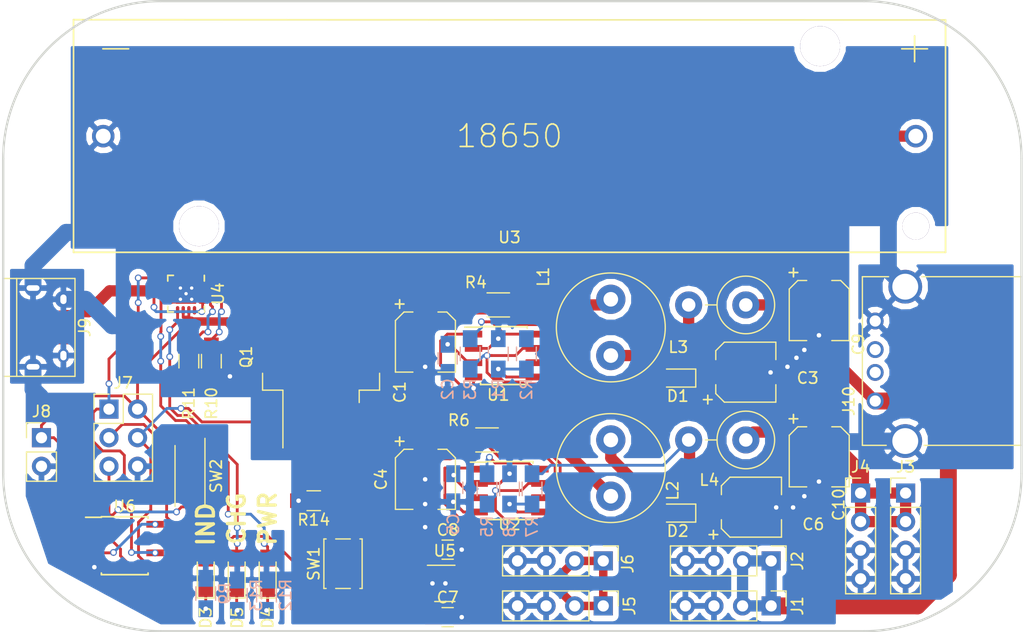
<source format=kicad_pcb>
(kicad_pcb (version 4) (host pcbnew 4.0.7)
  (layers (0 F.Cu signal) (31 B.Cu signal) (34 B.Paste user) (35 F.Paste user) (36 B.SilkS user) (37 F.SilkS user) (38 B.Mask user) (39 F.Mask user) (44 Edge.Cuts user))
  (net 0 "")
  (net 1 "Net-(C1-Pad1)")
  (net 2 Earth)
  (net 3 "Net-(C2-Pad1)")
  (net 4 +5V)
  (net 5 "Net-(C5-Pad1)")
  (net 6 +12V)
  (net 7 +3V3)
  (net 8 "Net-(D1-Pad2)")
  (net 9 "Net-(D2-Pad2)")
  (net 10 "Net-(D3-Pad1)")
  (net 11 Cutoff)
  (net 12 "Net-(D4-Pad1)")
  (net 13 "Net-(D5-Pad1)")
  (net 14 /MISO)
  (net 15 OUT)
  (net 16 /SCK)
  (net 17 /~RES)
  (net 18 "Net-(J9-Pad1)")
  (net 19 "Net-(J9-Pad2)")
  (net 20 "Net-(J9-Pad3)")
  (net 21 "Net-(J9-Pad4)")
  (net 22 "Net-(J10-Pad2)")
  (net 23 "Net-(L1-Pad2)")
  (net 24 "Net-(L2-Pad2)")
  (net 25 "Net-(R1-Pad1)")
  (net 26 "Net-(R3-Pad1)")
  (net 27 "Net-(R5-Pad1)")
  (net 28 "Net-(R7-Pad2)")
  (net 29 "Net-(R10-Pad1)")
  (net 30 "Net-(R11-Pad1)")
  (net 31 BAT)
  (net 32 "Net-(U4-Pad12)")
  (net 33 "Net-(U4-Pad14)")
  (net 34 "Net-(U4-Pad15)")
  (net 35 "Net-(U5-Pad4)")
  (net 36 "Net-(C3-Pad1)")
  (net 37 "Net-(C6-Pad1)")
  (net 38 /PGOOD)
  (net 39 /CHG)
  (net 40 /IND)
  (net 41 "Net-(R14-Pad1)")
  (module Housings_SOIC:SOIC-8_3.9x4.9mm_Pitch1.27mm (layer F.Cu) (at 131 85.5)
    (fp_text reference U2 (at 0 3) (layer F.SilkS))
    (fp_text value MC34063)
    (pad 1 smd rect (at -2.7 -1.905) (size 1.55 0.6) (layers F.Cu F.Paste F.Mask) (net 9 "Net-(D2-Pad2)"))
    (pad 2 smd rect (at -2.7 -0.635) (size 1.55 0.6) (layers F.Cu F.Paste F.Mask) (net 2 Earth))
    (pad 3 smd rect (at -2.7 0.635) (size 1.55 0.6) (layers F.Cu F.Paste F.Mask) (net 5 "Net-(C5-Pad1)"))
    (pad 4 smd rect (at -2.7 1.905) (size 1.55 0.6) (layers F.Cu F.Paste F.Mask) (net 2 Earth))
    (pad 5 smd rect (at 2.7 1.905) (size 1.55 0.6) (layers F.Cu F.Paste F.Mask) (net 28 "Net-(R7-Pad2)"))
    (pad 6 smd rect (at 2.7 0.635) (size 1.55 0.6) (layers F.Cu F.Paste F.Mask) (net 1 "Net-(C1-Pad1)"))
    (pad 7 smd rect (at 2.7 -0.635) (size 1.55 0.6) (layers F.Cu F.Paste F.Mask) (net 24 "Net-(L2-Pad2)"))
    (pad 8 smd rect (at 2.7 -1.905) (size 1.55 0.6) (layers F.Cu F.Paste F.Mask) (net 27 "Net-(R5-Pad1)"))
  )
  (module Capacitors_SMD:CP_Elec_5x5.3 (layer F.Cu) (at 123.5 72.3 270)
    (fp_text reference C1 (at 4.45 2.25 270) (layer F.SilkS))
    (fp_text value 100uF)
    (fp_text user + (at -3.38 2.34 270) (layer F.SilkS))
    (pad 1 smd rect (at -2.2 0 90) (size 3 1.6) (layers F.Cu F.Paste F.Mask) (net 1 "Net-(C1-Pad1)"))
    (pad 2 smd rect (at 2.2 0 90) (size 3 1.6) (layers F.Cu F.Paste F.Mask) (net 2 Earth))
  )
  (module Capacitors_SMD:C_0805_HandSoldering (layer B.Cu) (at 125.5 73.75 270)
    (fp_text reference C2 (at 2.75 0 270) (layer B.SilkS) (effects (justify mirror)))
    (fp_text value Ct)
    (pad 1 smd rect (at -1.25 0 270) (size 1.5 1.25) (layers B.Cu B.Paste B.Mask) (net 3 "Net-(C2-Pad1)"))
    (pad 2 smd rect (at 1.25 0 270) (size 1.5 1.25) (layers B.Cu B.Paste B.Mask) (net 2 Earth))
  )
  (module Capacitors_SMD:CP_Elec_5x5.3 (layer F.Cu) (at 152 75)
    (fp_text reference C3 (at 5.5 0.5) (layer F.SilkS))
    (fp_text value Co)
    (fp_text user + (at -3.38 2.34) (layer F.SilkS))
    (pad 1 smd rect (at -2.2 0 180) (size 3 1.6) (layers F.Cu F.Paste F.Mask) (net 36 "Net-(C3-Pad1)"))
    (pad 2 smd rect (at 2.2 0 180) (size 3 1.6) (layers F.Cu F.Paste F.Mask) (net 2 Earth))
  )
  (module Capacitors_SMD:CP_Elec_5x5.3 (layer F.Cu) (at 123.5 84.5 270)
    (fp_text reference C4 (at 0 3.92 270) (layer F.SilkS))
    (fp_text value 100uF)
    (fp_text user + (at -3.38 2.34 270) (layer F.SilkS))
    (pad 1 smd rect (at -2.2 0 90) (size 3 1.6) (layers F.Cu F.Paste F.Mask) (net 1 "Net-(C1-Pad1)"))
    (pad 2 smd rect (at 2.2 0 90) (size 3 1.6) (layers F.Cu F.Paste F.Mask) (net 2 Earth))
  )
  (module Capacitors_SMD:C_0805_HandSoldering (layer B.Cu) (at 126 85.25 270)
    (fp_text reference C5 (at 3.25 0 270) (layer B.SilkS) (effects (justify mirror)))
    (fp_text value Ct)
    (pad 1 smd rect (at -1.25 0 270) (size 1.5 1.25) (layers B.Cu B.Paste B.Mask) (net 5 "Net-(C5-Pad1)"))
    (pad 2 smd rect (at 1.25 0 270) (size 1.5 1.25) (layers B.Cu B.Paste B.Mask) (net 2 Earth))
  )
  (module Capacitors_SMD:CP_Elec_5x5.3 (layer F.Cu) (at 152.5 87)
    (fp_text reference C6 (at 5.5 1.5) (layer F.SilkS))
    (fp_text value Co)
    (fp_text user + (at -3.38 2.34) (layer F.SilkS))
    (pad 1 smd rect (at -2.2 0 180) (size 3 1.6) (layers F.Cu F.Paste F.Mask) (net 37 "Net-(C6-Pad1)"))
    (pad 2 smd rect (at 2.2 0 180) (size 3 1.6) (layers F.Cu F.Paste F.Mask) (net 2 Earth))
  )
  (module Capacitors_SMD:C_0805_HandSoldering (layer F.Cu) (at 125.5 96.75)
    (fp_text reference C7 (at 0 -1.75) (layer F.SilkS))
    (fp_text value 1uF)
    (pad 1 smd rect (at -1.25 0) (size 1.5 1.25) (layers F.Cu F.Paste F.Mask) (net 1 "Net-(C1-Pad1)"))
    (pad 2 smd rect (at 1.25 0) (size 1.5 1.25) (layers F.Cu F.Paste F.Mask) (net 2 Earth))
  )
  (module Capacitors_SMD:C_0805_HandSoldering (layer F.Cu) (at 125.5 90.75)
    (fp_text reference C8 (at 0 -1.75) (layer F.SilkS))
    (fp_text value 1uF)
    (pad 1 smd rect (at -1.25 0) (size 1.5 1.25) (layers F.Cu F.Paste F.Mask) (net 7 +3V3))
    (pad 2 smd rect (at 1.25 0) (size 1.5 1.25) (layers F.Cu F.Paste F.Mask) (net 2 Earth))
  )
  (module Capacitors_SMD:CP_Elec_5x5.3 (layer F.Cu) (at 158.5 69.5 270)
    (fp_text reference C9 (at 3 -3.5 270) (layer F.SilkS))
    (fp_text value Cfilter)
    (fp_text user + (at -3.38 2.34 270) (layer F.SilkS))
    (pad 1 smd rect (at -2.2 0 90) (size 3 1.6) (layers F.Cu F.Paste F.Mask) (net 4 +5V))
    (pad 2 smd rect (at 2.2 0 90) (size 3 1.6) (layers F.Cu F.Paste F.Mask) (net 2 Earth))
  )
  (module Capacitors_SMD:CP_Elec_5x5.3 (layer F.Cu) (at 158.5 82.5 270)
    (fp_text reference C10 (at 4.25 -1.75 270) (layer F.SilkS))
    (fp_text value Cfilter)
    (fp_text user + (at -3.38 2.34 270) (layer F.SilkS))
    (pad 1 smd rect (at -2.2 0 90) (size 3 1.6) (layers F.Cu F.Paste F.Mask) (net 6 +12V))
    (pad 2 smd rect (at 2.2 0 90) (size 3 1.6) (layers F.Cu F.Paste F.Mask) (net 2 Earth))
  )
  (module Diodes_SMD:D_0805 (layer F.Cu) (at 145.95 75.5 180)
    (fp_text reference D1 (at 0 -1.6 180) (layer F.SilkS))
    (fp_text value 1N5819)
    (pad 1 smd rect (at -1.05 0 180) (size 0.8 0.9) (layers F.Cu F.Paste F.Mask) (net 36 "Net-(C3-Pad1)"))
    (pad 2 smd rect (at 1.05 0 180) (size 0.8 0.9) (layers F.Cu F.Paste F.Mask) (net 8 "Net-(D1-Pad2)"))
  )
  (module Diodes_SMD:D_0805 (layer F.Cu) (at 145.95 87.5 180)
    (fp_text reference D2 (at 0 -1.6 180) (layer F.SilkS))
    (fp_text value 1N5819)
    (pad 1 smd rect (at -1.05 0 180) (size 0.8 0.9) (layers F.Cu F.Paste F.Mask) (net 37 "Net-(C6-Pad1)"))
    (pad 2 smd rect (at 1.05 0 180) (size 0.8 0.9) (layers F.Cu F.Paste F.Mask) (net 9 "Net-(D2-Pad2)"))
  )
  (module LEDs:LED_0805_HandSoldering (layer F.Cu) (at 104 92.85 90)
    (fp_text reference D3 (at -3.95 0 90) (layer F.SilkS))
    (fp_text value LED)
    (pad 1 smd rect (at -1.35 0 90) (size 1.5 1.3) (layers F.Cu F.Paste F.Mask) (net 10 "Net-(D3-Pad1)"))
    (pad 2 smd rect (at 1.35 0 90) (size 1.5 1.3) (layers F.Cu F.Paste F.Mask) (net 40 /IND))
  )
  (module LEDs:LED_0805_HandSoldering (layer F.Cu) (at 109.5 92.85 90)
    (fp_text reference D4 (at -3.95 0 90) (layer F.SilkS))
    (fp_text value LED)
    (pad 1 smd rect (at -1.35 0 90) (size 1.5 1.3) (layers F.Cu F.Paste F.Mask) (net 12 "Net-(D4-Pad1)"))
    (pad 2 smd rect (at 1.35 0 90) (size 1.5 1.3) (layers F.Cu F.Paste F.Mask) (net 38 /PGOOD))
  )
  (module LEDs:LED_0805_HandSoldering (layer F.Cu) (at 106.75 92.85 90)
    (fp_text reference D5 (at -3.95 0.05 90) (layer F.SilkS))
    (fp_text value LED)
    (pad 1 smd rect (at -1.35 0 90) (size 1.5 1.3) (layers F.Cu F.Paste F.Mask) (net 13 "Net-(D5-Pad1)"))
    (pad 2 smd rect (at 1.35 0 90) (size 1.5 1.3) (layers F.Cu F.Paste F.Mask) (net 39 /CHG))
  )
  (module Pin_Headers:Pin_Header_Straight_1x04_Pitch2.54mm (layer F.Cu) (at 154.25 95.75 270)
    (fp_text reference J1 (at 0 -2.33 270) (layer F.SilkS))
    (fp_text value Conn_01x04_Male)
    (pad 1 thru_hole rect (at 0 0 270) (size 1.7 1.7) (drill 1) (layers *.Cu *.Mask) (net 4 +5V))
    (pad 2 thru_hole oval (at 0 2.54 270) (size 1.7 1.7) (drill 1) (layers *.Cu *.Mask) (net 4 +5V))
    (pad 3 thru_hole oval (at 0 5.08 270) (size 1.7 1.7) (drill 1) (layers *.Cu *.Mask) (net 2 Earth))
    (pad 4 thru_hole oval (at 0 7.62 270) (size 1.7 1.7) (drill 1) (layers *.Cu *.Mask) (net 2 Earth))
  )
  (module Pin_Headers:Pin_Header_Straight_1x02_Pitch2.54mm (layer F.Cu) (at 89.4 80.8)
    (fp_text reference J8 (at 0 -2.33) (layer F.SilkS))
    (fp_text value Conn_01x02)
    (pad 1 thru_hole rect (at 0 0) (size 1.7 1.7) (drill 1) (layers *.Cu *.Mask) (net 15 OUT))
    (pad 2 thru_hole oval (at 0 2.54) (size 1.7 1.7) (drill 1) (layers *.Cu *.Mask) (net 2 Earth))
  )
  (module Connectors:USB_Micro-B (layer F.Cu) (at 90 71 270)
    (fp_text reference J9 (at 0 -3.24 270) (layer F.SilkS))
    (fp_text value USB_OTG)
    (pad 1 smd rect (at -1.3 -1.35) (size 1.35 0.4) (layers F.Cu F.Paste F.Mask) (net 18 "Net-(J9-Pad1)"))
    (pad 2 smd rect (at -0.65 -1.35) (size 1.35 0.4) (layers F.Cu F.Paste F.Mask) (net 19 "Net-(J9-Pad2)"))
    (pad 3 smd rect (at 0 -1.35) (size 1.35 0.4) (layers F.Cu F.Paste F.Mask) (net 20 "Net-(J9-Pad3)"))
    (pad 4 smd rect (at 0.65 -1.35) (size 1.35 0.4) (layers F.Cu F.Paste F.Mask) (net 21 "Net-(J9-Pad4)"))
    (pad 5 smd rect (at 1.3 -1.35) (size 1.35 0.4) (layers F.Cu F.Paste F.Mask) (net 2 Earth))
    (pad 6 thru_hole oval (at -2.5 -1.35) (size 0.95 1.25) (drill oval 0.55 0.85) (layers *.Cu *.Mask) (net 2 Earth))
    (pad 6 thru_hole oval (at 2.5 -1.35) (size 0.95 1.25) (drill oval 0.55 0.85) (layers *.Cu *.Mask) (net 2 Earth))
    (pad 6 thru_hole oval (at -3.5 1.35) (size 1.55 1) (drill oval 1.15 0.5) (layers *.Cu *.Mask) (net 2 Earth))
    (pad 6 thru_hole oval (at 3.5 1.35) (size 1.55 1) (drill oval 1.15 0.5) (layers *.Cu *.Mask) (net 2 Earth))
  )
  (module Connectors:USB_A (layer F.Cu) (at 163.5 77.54 90)
    (fp_text reference J10 (at 0 -2.35 90) (layer F.SilkS))
    (fp_text value USB_A)
    (pad 4 thru_hole circle (at 7.11 0) (size 1.5 1.5) (drill 1) (layers *.Cu *.Mask) (net 2 Earth))
    (pad 3 thru_hole circle (at 4.57 0) (size 1.5 1.5) (drill 1) (layers *.Cu *.Mask) (net 22 "Net-(J10-Pad2)"))
    (pad 2 thru_hole circle (at 2.54 0) (size 1.5 1.5) (drill 1) (layers *.Cu *.Mask) (net 22 "Net-(J10-Pad2)"))
    (pad 1 thru_hole circle (at 0 0) (size 1.5 1.5) (drill 1) (layers *.Cu *.Mask) (net 4 +5V))
    (pad 5 thru_hole circle (at 10.16 2.67) (size 3 3) (drill 2.3) (layers *.Cu *.Mask) (net 2 Earth))
    (pad 5 thru_hole circle (at -3.56 2.67) (size 3 3) (drill 2.3) (layers *.Cu *.Mask) (net 2 Earth))
  )
  (module Inductors_THT:L_Radial_D9.5mm_P5.00mm_Fastron_07HVP (layer F.Cu) (at 140 73.5 90)
    (fp_text reference L1 (at 7 -6 90) (layer F.SilkS))
    (fp_text value L)
    (pad 1 thru_hole circle (at 0 0 90) (size 2.6 2.6) (drill 1.3) (layers *.Cu *.Mask) (net 8 "Net-(D1-Pad2)"))
    (pad 2 thru_hole circle (at 5 0 90) (size 2.6 2.6) (drill 1.3) (layers *.Cu *.Mask) (net 23 "Net-(L1-Pad2)"))
  )
  (module Inductors_THT:L_Radial_D9.5mm_P5.00mm_Fastron_07HVP (layer F.Cu) (at 140 81 270)
    (fp_text reference L2 (at 4.5 -5.5 270) (layer F.SilkS))
    (fp_text value L)
    (pad 1 thru_hole circle (at 0 0 270) (size 2.6 2.6) (drill 1.3) (layers *.Cu *.Mask) (net 9 "Net-(D2-Pad2)"))
    (pad 2 thru_hole circle (at 5 0 270) (size 2.6 2.6) (drill 1.3) (layers *.Cu *.Mask) (net 24 "Net-(L2-Pad2)"))
  )
  (module Inductors_THT:L_Axial_L12.0mm_D5.0mm_P5.08mm_Vertical_Fastron_MISC (layer F.Cu) (at 152 69 180)
    (fp_text reference L3 (at 6 -3.75 180) (layer F.SilkS))
    (fp_text value 1uH)
    (pad 1 thru_hole circle (at 0 0 180) (size 2.4 2.4) (drill 1.2) (layers *.Cu *.Mask) (net 4 +5V))
    (pad 2 thru_hole oval (at 5.08 0 180) (size 2.4 2.4) (drill 1.2) (layers *.Cu *.Mask) (net 36 "Net-(C3-Pad1)"))
  )
  (module Inductors_THT:L_Axial_L12.0mm_D5.0mm_P5.08mm_Vertical_Fastron_MISC (layer F.Cu) (at 152 81 180)
    (fp_text reference L4 (at 3.25 -3.56 180) (layer F.SilkS))
    (fp_text value 1uH)
    (pad 1 thru_hole circle (at 0 0 180) (size 2.4 2.4) (drill 1.2) (layers *.Cu *.Mask) (net 6 +12V))
    (pad 2 thru_hole oval (at 5.08 0 180) (size 2.4 2.4) (drill 1.2) (layers *.Cu *.Mask) (net 37 "Net-(C6-Pad1)"))
  )
  (module TO_SOT_Packages_SMD:TO-263-2 (layer F.Cu) (at 114.25 73.625 90)
    (fp_text reference Q1 (at 0 -6.65 90) (layer F.SilkS))
    (fp_text value Q_PMOS_GDS)
    (pad 1 smd rect (at -5.775 -2.54 90) (size 4.6 1.1) (layers F.Cu F.Paste F.Mask) (net 11 Cutoff))
    (pad 3 smd rect (at -5.775 2.54 90) (size 4.6 1.1) (layers F.Cu F.Paste F.Mask) (net 1 "Net-(C1-Pad1)"))
    (pad 2 smd rect (at 3.375 0 90) (size 9.4 10.8) (layers F.Cu F.Mask) (net 15 OUT))
    (pad 2 smd rect (at 5.8 2.775 90) (size 4.55 5.25) (layers F.Cu F.Paste) (net 15 OUT))
    (pad 2 smd rect (at 0.95 -2.775 90) (size 4.55 5.25) (layers F.Cu F.Paste) (net 15 OUT))
    (pad 2 smd rect (at 5.8 -2.775 90) (size 4.55 5.25) (layers F.Cu F.Paste) (net 15 OUT))
    (pad 2 smd rect (at 0.95 2.775 90) (size 4.55 5.25) (layers F.Cu F.Paste) (net 15 OUT))
  )
  (module Resistors_SMD:R_0805_HandSoldering (layer B.Cu) (at 130 73.35 90)
    (fp_text reference R1 (at -3.15 0 90) (layer B.SilkS) (effects (justify mirror)))
    (fp_text value R1)
    (pad 1 smd rect (at -1.35 0 90) (size 1.5 1.3) (layers B.Cu B.Paste B.Mask) (net 25 "Net-(R1-Pad1)"))
    (pad 2 smd rect (at 1.35 0 90) (size 1.5 1.3) (layers B.Cu B.Paste B.Mask) (net 2 Earth))
  )
  (module Resistors_SMD:R_0805_HandSoldering (layer B.Cu) (at 132.5 73.35 270)
    (fp_text reference R2 (at 3.15 0 270) (layer B.SilkS) (effects (justify mirror)))
    (fp_text value R2)
    (pad 1 smd rect (at -1.35 0 270) (size 1.5 1.3) (layers B.Cu B.Paste B.Mask) (net 36 "Net-(C3-Pad1)"))
    (pad 2 smd rect (at 1.35 0 270) (size 1.5 1.3) (layers B.Cu B.Paste B.Mask) (net 25 "Net-(R1-Pad1)"))
  )
  (module Resistors_SMD:R_0805_HandSoldering (layer B.Cu) (at 127.5 73.35 270)
    (fp_text reference R3 (at 3.15 0 270) (layer B.SilkS) (effects (justify mirror)))
    (fp_text value 180)
    (pad 1 smd rect (at -1.35 0 270) (size 1.5 1.3) (layers B.Cu B.Paste B.Mask) (net 26 "Net-(R3-Pad1)"))
    (pad 2 smd rect (at 1.35 0 270) (size 1.5 1.3) (layers B.Cu B.Paste B.Mask) (net 23 "Net-(L1-Pad2)"))
  )
  (module Resistors_SMD:R_1206_HandSoldering (layer F.Cu) (at 130 69 180)
    (fp_text reference R4 (at 2 2 180) (layer F.SilkS))
    (fp_text value Rsc)
    (pad 1 smd rect (at -2 0 180) (size 2 1.7) (layers F.Cu F.Paste F.Mask) (net 23 "Net-(L1-Pad2)"))
    (pad 2 smd rect (at 2 0 180) (size 2 1.7) (layers F.Cu F.Paste F.Mask) (net 1 "Net-(C1-Pad1)"))
  )
  (module Resistors_SMD:R_0805_HandSoldering (layer B.Cu) (at 129 85.35 270)
    (fp_text reference R5 (at 3.35 0 270) (layer B.SilkS) (effects (justify mirror)))
    (fp_text value 180)
    (pad 1 smd rect (at -1.35 0 270) (size 1.5 1.3) (layers B.Cu B.Paste B.Mask) (net 27 "Net-(R5-Pad1)"))
    (pad 2 smd rect (at 1.35 0 270) (size 1.5 1.3) (layers B.Cu B.Paste B.Mask) (net 24 "Net-(L2-Pad2)"))
  )
  (module Resistors_SMD:R_1206_HandSoldering (layer F.Cu) (at 129 81 180)
    (fp_text reference R6 (at 2.5 1.75 180) (layer F.SilkS))
    (fp_text value Rsc)
    (pad 1 smd rect (at -2 0 180) (size 2 1.7) (layers F.Cu F.Paste F.Mask) (net 24 "Net-(L2-Pad2)"))
    (pad 2 smd rect (at 2 0 180) (size 2 1.7) (layers F.Cu F.Paste F.Mask) (net 1 "Net-(C1-Pad1)"))
  )
  (module Resistors_SMD:R_0805_HandSoldering (layer B.Cu) (at 133 85.35 270)
    (fp_text reference R7 (at 3.35 0 270) (layer B.SilkS) (effects (justify mirror)))
    (fp_text value R2)
    (pad 1 smd rect (at -1.35 0 270) (size 1.5 1.3) (layers B.Cu B.Paste B.Mask) (net 37 "Net-(C6-Pad1)"))
    (pad 2 smd rect (at 1.35 0 270) (size 1.5 1.3) (layers B.Cu B.Paste B.Mask) (net 28 "Net-(R7-Pad2)"))
  )
  (module Resistors_SMD:R_0805_HandSoldering (layer B.Cu) (at 131 85.35 90)
    (fp_text reference R8 (at -3.35 0 90) (layer B.SilkS) (effects (justify mirror)))
    (fp_text value R1)
    (pad 1 smd rect (at -1.35 0 90) (size 1.5 1.3) (layers B.Cu B.Paste B.Mask) (net 28 "Net-(R7-Pad2)"))
    (pad 2 smd rect (at 1.35 0 90) (size 1.5 1.3) (layers B.Cu B.Paste B.Mask) (net 2 Earth))
  )
  (module Resistors_SMD:R_0805_HandSoldering (layer B.Cu) (at 104 94.65 90)
    (fp_text reference R9 (at 0 1.7 90) (layer B.SilkS) (effects (justify mirror)))
    (fp_text value 499)
    (pad 1 smd rect (at -1.35 0 90) (size 1.5 1.3) (layers B.Cu B.Paste B.Mask) (net 10 "Net-(D3-Pad1)"))
    (pad 2 smd rect (at 1.35 0 90) (size 1.5 1.3) (layers B.Cu B.Paste B.Mask) (net 2 Earth))
  )
  (module Resistors_SMD:R_0805_HandSoldering (layer F.Cu) (at 104.5 74 270)
    (fp_text reference R10 (at 3.75 0 270) (layer F.SilkS))
    (fp_text value 10K)
    (pad 1 smd rect (at -1.35 0 270) (size 1.5 1.3) (layers F.Cu F.Paste F.Mask) (net 29 "Net-(R10-Pad1)"))
    (pad 2 smd rect (at 1.35 0 270) (size 1.5 1.3) (layers F.Cu F.Paste F.Mask) (net 2 Earth))
  )
  (module Resistors_SMD:R_0805_HandSoldering (layer F.Cu) (at 102.5 74 270)
    (fp_text reference R11 (at 3.75 0 270) (layer F.SilkS))
    (fp_text value ISET)
    (pad 1 smd rect (at -1.35 0 270) (size 1.5 1.3) (layers F.Cu F.Paste F.Mask) (net 30 "Net-(R11-Pad1)"))
    (pad 2 smd rect (at 1.35 0 270) (size 1.5 1.3) (layers F.Cu F.Paste F.Mask) (net 2 Earth))
  )
  (module Resistors_SMD:R_0805_HandSoldering (layer B.Cu) (at 109.4 94.8 90)
    (fp_text reference R12 (at 0 1.7 90) (layer B.SilkS) (effects (justify mirror)))
    (fp_text value 499)
    (pad 1 smd rect (at -1.35 0 90) (size 1.5 1.3) (layers B.Cu B.Paste B.Mask) (net 12 "Net-(D4-Pad1)"))
    (pad 2 smd rect (at 1.35 0 90) (size 1.5 1.3) (layers B.Cu B.Paste B.Mask) (net 2 Earth))
  )
  (module Resistors_SMD:R_0805_HandSoldering (layer B.Cu) (at 106.8 94.8 90)
    (fp_text reference R13 (at 0 1.7 90) (layer B.SilkS) (effects (justify mirror)))
    (fp_text value 499)
    (pad 1 smd rect (at -1.35 0 90) (size 1.5 1.3) (layers B.Cu B.Paste B.Mask) (net 13 "Net-(D5-Pad1)"))
    (pad 2 smd rect (at 1.35 0 90) (size 1.5 1.3) (layers B.Cu B.Paste B.Mask) (net 2 Earth))
  )
  (module Housings_SOIC:SOIC-8_3.9x4.9mm_Pitch1.27mm (layer F.Cu) (at 130.5 73.5)
    (fp_text reference U1 (at -0.5 3.5) (layer F.SilkS))
    (fp_text value MC34063)
    (pad 1 smd rect (at -2.7 -1.905) (size 1.55 0.6) (layers F.Cu F.Paste F.Mask) (net 8 "Net-(D1-Pad2)"))
    (pad 2 smd rect (at -2.7 -0.635) (size 1.55 0.6) (layers F.Cu F.Paste F.Mask) (net 2 Earth))
    (pad 3 smd rect (at -2.7 0.635) (size 1.55 0.6) (layers F.Cu F.Paste F.Mask) (net 3 "Net-(C2-Pad1)"))
    (pad 4 smd rect (at -2.7 1.905) (size 1.55 0.6) (layers F.Cu F.Paste F.Mask) (net 2 Earth))
    (pad 5 smd rect (at 2.7 1.905) (size 1.55 0.6) (layers F.Cu F.Paste F.Mask) (net 25 "Net-(R1-Pad1)"))
    (pad 6 smd rect (at 2.7 0.635) (size 1.55 0.6) (layers F.Cu F.Paste F.Mask) (net 1 "Net-(C1-Pad1)"))
    (pad 7 smd rect (at 2.7 -0.635) (size 1.55 0.6) (layers F.Cu F.Paste F.Mask) (net 23 "Net-(L1-Pad2)"))
    (pad 8 smd rect (at 2.7 -1.905) (size 1.55 0.6) (layers F.Cu F.Paste F.Mask) (net 26 "Net-(R3-Pad1)"))
  )
  (module cust_footprints:KeyElco-1043P (layer F.Cu) (at 131 54)
    (fp_text reference U3 (at 0 9) (layer F.SilkS))
    (fp_text value KeyElco-1043P)
    (fp_text user 18650 (at 0 0) (layer F.SilkS) (effects (font (size 2 2))))
    (fp_text user - (at -35 -8) (layer F.SilkS) (effects (font (size 3 3))))
    (fp_text user + (at 36 -8) (layer F.SilkS) (effects (font (size 3 3))))
    (pad 1 thru_hole circle (at 36.11 0) (size 2 2) (drill 1.32) (layers *.Cu *.Mask) (net 31 BAT))
    (pad 2 thru_hole circle (at -36.11 0) (size 2 2) (drill 1.32) (layers *.Cu *.Mask) (net 2 Earth))
    (pad ~ thru_hole circle (at 27.6 -8) (size 3.55 3.55) (drill 3.55) (layers *.Cu *.Mask))
    (pad ~ thru_hole circle (at -27.6 8) (size 3.55 3.55) (drill 3.55) (layers *.Cu *.Mask))
    (pad 3 thru_hole circle (at 36.11 8) (size 2.39 2.39) (drill 2.39) (layers *.Cu *.Mask))
  )
  (module Housings_DFN_QFN:QFN-16-1EP_3x3mm_Pitch0.5mm_ThermalVias (layer F.Cu) (at 102.25 68 270)
    (fp_text reference U4 (at 0 -2.85 270) (layer F.SilkS))
    (fp_text value BQ24230)
    (pad 1 smd oval (at -1.475 -0.75 270) (size 0.75 0.3) (layers F.Cu F.Paste F.Mask) (net 29 "Net-(R10-Pad1)"))
    (pad 2 smd oval (at -1.475 -0.25 270) (size 0.75 0.3) (layers F.Cu F.Paste F.Mask) (net 31 BAT))
    (pad 3 smd oval (at -1.475 0.25 270) (size 0.75 0.3) (layers F.Cu F.Paste F.Mask) (net 31 BAT))
    (pad 4 smd oval (at -1.475 0.75 270) (size 0.75 0.3) (layers F.Cu F.Paste F.Mask) (net 14 /MISO))
    (pad 5 smd oval (at -0.75 1.475) (size 0.75 0.3) (layers F.Cu F.Paste F.Mask) (net 2 Earth))
    (pad 6 smd oval (at -0.25 1.475) (size 0.75 0.3) (layers F.Cu F.Paste F.Mask) (net 18 "Net-(J9-Pad1)"))
    (pad 7 smd oval (at 0.25 1.475) (size 0.75 0.3) (layers F.Cu F.Paste F.Mask) (net 38 /PGOOD))
    (pad 8 smd oval (at 0.75 1.475) (size 0.75 0.3) (layers F.Cu F.Paste F.Mask) (net 2 Earth))
    (pad 9 smd oval (at 1.475 0.75 270) (size 0.75 0.3) (layers F.Cu F.Paste F.Mask) (net 39 /CHG))
    (pad 10 smd oval (at 1.475 0.25 270) (size 0.75 0.3) (layers F.Cu F.Paste F.Mask) (net 15 OUT))
    (pad 11 smd oval (at 1.475 -0.25 270) (size 0.75 0.3) (layers F.Cu F.Paste F.Mask) (net 15 OUT))
    (pad 12 smd oval (at 1.475 -0.75 270) (size 0.75 0.3) (layers F.Cu F.Paste F.Mask) (net 32 "Net-(U4-Pad12)"))
    (pad 13 smd oval (at 0.75 -1.475) (size 0.75 0.3) (layers F.Cu F.Paste F.Mask) (net 18 "Net-(J9-Pad1)"))
    (pad 14 smd oval (at 0.25 -1.475) (size 0.75 0.3) (layers F.Cu F.Paste F.Mask) (net 33 "Net-(U4-Pad14)"))
    (pad 15 smd oval (at -0.25 -1.475) (size 0.75 0.3) (layers F.Cu F.Paste F.Mask) (net 34 "Net-(U4-Pad15)"))
    (pad 16 smd oval (at -0.75 -1.475) (size 0.75 0.3) (layers F.Cu F.Paste F.Mask) (net 30 "Net-(R11-Pad1)"))
    (pad 17 smd rect (at 0.45 0.45 270) (size 0.9 0.9) (layers F.Cu F.Paste F.Mask) (net 2 Earth))
    (pad 17 smd rect (at 0.45 -0.45 270) (size 0.9 0.9) (layers F.Cu F.Paste F.Mask) (net 2 Earth))
    (pad 17 smd rect (at -0.45 0.45 270) (size 0.9 0.9) (layers F.Cu F.Paste F.Mask) (net 2 Earth))
    (pad 17 smd rect (at -0.45 -0.45 270) (size 0.9 0.9) (layers F.Cu F.Paste F.Mask) (net 2 Earth))
    (pad 17 thru_hole circle (at 0 0 270) (size 0.6 0.6) (drill 0.3) (layers *.Cu) (net 2 Earth))
    (pad 17 thru_hole circle (at -0.5 -0.5 270) (size 0.6 0.6) (drill 0.3) (layers *.Cu) (net 2 Earth))
    (pad 17 thru_hole circle (at 0.5 -0.5 270) (size 0.6 0.6) (drill 0.3) (layers *.Cu) (net 2 Earth))
    (pad 17 thru_hole circle (at 0.5 0.5 270) (size 0.6 0.6) (drill 0.3) (layers *.Cu) (net 2 Earth))
    (pad 17 thru_hole circle (at -0.5 0.5 270) (size 0.6 0.6) (drill 0.3) (layers *.Cu) (net 2 Earth))
  )
  (module TO_SOT_Packages_SMD:SOT-23-5 (layer F.Cu) (at 125.25 93.75)
    (fp_text reference U5 (at 0 -2.9) (layer F.SilkS))
    (fp_text value AP2127K-3.3TRG1)
    (pad 1 smd rect (at -1.1 -0.95) (size 1.06 0.65) (layers F.Cu F.Paste F.Mask) (net 1 "Net-(C1-Pad1)"))
    (pad 2 smd rect (at -1.1 0) (size 1.06 0.65) (layers F.Cu F.Paste F.Mask) (net 2 Earth))
    (pad 3 smd rect (at -1.1 0.95) (size 1.06 0.65) (layers F.Cu F.Paste F.Mask) (net 1 "Net-(C1-Pad1)"))
    (pad 4 smd rect (at 1.1 0.95) (size 1.06 0.65) (layers F.Cu F.Paste F.Mask) (net 35 "Net-(U5-Pad4)"))
    (pad 5 smd rect (at 1.1 -0.95) (size 1.06 0.65) (layers F.Cu F.Paste F.Mask) (net 7 +3V3))
  )
  (module Housings_SOIC:SOIC-8_3.9x4.9mm_Pitch1.27mm (layer F.Cu) (at 96.8 90.4)
    (fp_text reference U6 (at 0 -3.5) (layer F.SilkS))
    (fp_text value ATTINY45-20SU)
    (pad 1 smd rect (at -2.7 -1.905) (size 1.55 0.6) (layers F.Cu F.Paste F.Mask) (net 17 /~RES))
    (pad 2 smd rect (at -2.7 -0.635) (size 1.55 0.6) (layers F.Cu F.Paste F.Mask) (net 40 /IND))
    (pad 3 smd rect (at -2.7 0.635) (size 1.55 0.6) (layers F.Cu F.Paste F.Mask) (net 15 OUT))
    (pad 4 smd rect (at -2.7 1.905) (size 1.55 0.6) (layers F.Cu F.Paste F.Mask) (net 2 Earth))
    (pad 5 smd rect (at 2.7 1.905) (size 1.55 0.6) (layers F.Cu F.Paste F.Mask) (net 11 Cutoff))
    (pad 6 smd rect (at 2.7 0.635) (size 1.55 0.6) (layers F.Cu F.Paste F.Mask) (net 14 /MISO))
    (pad 7 smd rect (at 2.7 -0.635) (size 1.55 0.6) (layers F.Cu F.Paste F.Mask) (net 16 /SCK))
    (pad 8 smd rect (at 2.7 -1.905) (size 1.55 0.6) (layers F.Cu F.Paste F.Mask) (net 15 OUT))
  )
  (module Socket_Strips:Socket_Strip_Straight_1x04_Pitch2.54mm (layer F.Cu) (at 154.25 91.75 270)
    (fp_text reference J2 (at 0 -2.33 270) (layer F.SilkS))
    (fp_text value Conn_01x04_Female)
    (pad 1 thru_hole rect (at 0 0 270) (size 1.7 1.7) (drill 1) (layers *.Cu *.Mask) (net 4 +5V))
    (pad 2 thru_hole oval (at 0 2.54 270) (size 1.7 1.7) (drill 1) (layers *.Cu *.Mask) (net 4 +5V))
    (pad 3 thru_hole oval (at 0 5.08 270) (size 1.7 1.7) (drill 1) (layers *.Cu *.Mask) (net 2 Earth))
    (pad 4 thru_hole oval (at 0 7.62 270) (size 1.7 1.7) (drill 1) (layers *.Cu *.Mask) (net 2 Earth))
  )
  (module Pin_Headers:Pin_Header_Straight_1x04_Pitch2.54mm (layer F.Cu) (at 166.2 85.72)
    (fp_text reference J3 (at 0 -2.33) (layer F.SilkS))
    (fp_text value Conn_01x04_Male)
    (pad 1 thru_hole rect (at 0 0) (size 1.7 1.7) (drill 1) (layers *.Cu *.Mask) (net 6 +12V))
    (pad 2 thru_hole oval (at 0 2.54) (size 1.7 1.7) (drill 1) (layers *.Cu *.Mask) (net 6 +12V))
    (pad 3 thru_hole oval (at 0 5.08) (size 1.7 1.7) (drill 1) (layers *.Cu *.Mask) (net 2 Earth))
    (pad 4 thru_hole oval (at 0 7.62) (size 1.7 1.7) (drill 1) (layers *.Cu *.Mask) (net 2 Earth))
  )
  (module Socket_Strips:Socket_Strip_Straight_1x04_Pitch2.54mm (layer F.Cu) (at 162.2 85.72)
    (fp_text reference J4 (at 0 -2.33) (layer F.SilkS))
    (fp_text value Conn_01x04_Female)
    (pad 1 thru_hole rect (at 0 0) (size 1.7 1.7) (drill 1) (layers *.Cu *.Mask) (net 6 +12V))
    (pad 2 thru_hole oval (at 0 2.54) (size 1.7 1.7) (drill 1) (layers *.Cu *.Mask) (net 6 +12V))
    (pad 3 thru_hole oval (at 0 5.08) (size 1.7 1.7) (drill 1) (layers *.Cu *.Mask) (net 2 Earth))
    (pad 4 thru_hole oval (at 0 7.62) (size 1.7 1.7) (drill 1) (layers *.Cu *.Mask) (net 2 Earth))
  )
  (module Pin_Headers:Pin_Header_Straight_1x04_Pitch2.54mm (layer F.Cu) (at 139.33 95.75 270)
    (fp_text reference J5 (at 0 -2.33 270) (layer F.SilkS))
    (fp_text value Conn_01x04_Male)
    (pad 1 thru_hole rect (at 0 0 270) (size 1.7 1.7) (drill 1) (layers *.Cu *.Mask) (net 7 +3V3))
    (pad 2 thru_hole oval (at 0 2.54 270) (size 1.7 1.7) (drill 1) (layers *.Cu *.Mask) (net 7 +3V3))
    (pad 3 thru_hole oval (at 0 5.08 270) (size 1.7 1.7) (drill 1) (layers *.Cu *.Mask) (net 2 Earth))
    (pad 4 thru_hole oval (at 0 7.62 270) (size 1.7 1.7) (drill 1) (layers *.Cu *.Mask) (net 2 Earth))
  )
  (module Socket_Strips:Socket_Strip_Straight_1x04_Pitch2.54mm (layer F.Cu) (at 139.33 91.75 270)
    (fp_text reference J6 (at 0.25 -2.17 270) (layer F.SilkS))
    (fp_text value Conn_01x04_Female)
    (pad 1 thru_hole rect (at 0 0 270) (size 1.7 1.7) (drill 1) (layers *.Cu *.Mask) (net 7 +3V3))
    (pad 2 thru_hole oval (at 0 2.54 270) (size 1.7 1.7) (drill 1) (layers *.Cu *.Mask) (net 7 +3V3))
    (pad 3 thru_hole oval (at 0 5.08 270) (size 1.7 1.7) (drill 1) (layers *.Cu *.Mask) (net 2 Earth))
    (pad 4 thru_hole oval (at 0 7.62 270) (size 1.7 1.7) (drill 1) (layers *.Cu *.Mask) (net 2 Earth))
  )
  (module Pin_Headers:Pin_Header_Straight_2x03_Pitch2.54mm (layer F.Cu) (at 95.4 78.26)
    (fp_text reference J7 (at 1.27 -2.33) (layer F.SilkS))
    (fp_text value Conn_01x06)
    (pad 1 thru_hole rect (at 0 0) (size 1.7 1.7) (drill 1) (layers *.Cu *.Mask) (net 14 /MISO))
    (pad 2 thru_hole oval (at 2.54 0) (size 1.7 1.7) (drill 1) (layers *.Cu *.Mask) (net 15 OUT))
    (pad 3 thru_hole oval (at 0 2.54) (size 1.7 1.7) (drill 1) (layers *.Cu *.Mask) (net 16 /SCK))
    (pad 4 thru_hole oval (at 2.54 2.54) (size 1.7 1.7) (drill 1) (layers *.Cu *.Mask) (net 11 Cutoff))
    (pad 5 thru_hole oval (at 0 5.08) (size 1.7 1.7) (drill 1) (layers *.Cu *.Mask) (net 17 /~RES))
    (pad 6 thru_hole oval (at 2.54 5.08) (size 1.7 1.7) (drill 1) (layers *.Cu *.Mask) (net 2 Earth))
  )
  (module Resistors_SMD:R_0805_HandSoldering (layer F.Cu) (at 113.6 86.4 180)
    (fp_text reference R14 (at 0 -1.7 180) (layer F.SilkS))
    (fp_text value 10K)
    (pad 1 smd rect (at -1.35 0 180) (size 1.5 1.3) (layers F.Cu F.Paste F.Mask) (net 41 "Net-(R14-Pad1)"))
    (pad 2 smd rect (at 1.35 0 180) (size 1.5 1.3) (layers F.Cu F.Paste F.Mask) (net 2 Earth))
  )
  (module Buttons_Switches_SMD:SW_SPST_PTS810 (layer F.Cu) (at 116.2 92 90)
    (fp_text reference SW1 (at 0 -2.6 90) (layer F.SilkS))
    (fp_text value SW_Push)
    (pad 1 smd rect (at -2.075 -1.075 90) (size 1.05 0.65) (layers F.Cu F.Paste F.Mask) (net 41 "Net-(R14-Pad1)"))
    (pad 1 smd rect (at 2.075 -1.075 90) (size 1.05 0.65) (layers F.Cu F.Paste F.Mask) (net 41 "Net-(R14-Pad1)"))
    (pad 2 smd rect (at -2.075 1.075 90) (size 1.05 0.65) (layers F.Cu F.Paste F.Mask) (net 16 /SCK))
    (pad 2 smd rect (at 2.075 1.075 90) (size 1.05 0.65) (layers F.Cu F.Paste F.Mask) (net 16 /SCK))
  )
  (module Buttons_Switches_SMD:SW_DIP_x1_W5.08mm_Slide_Copal_CHS-A (layer F.Cu) (at 102.6 84.2 270)
    (fp_text reference SW2 (at 0 -2.33 270) (layer F.SilkS))
    (fp_text value SW_DIP_x01)
    (pad 1 smd rect (at -2.54 0 270) (size 1.6 0.76) (layers F.Cu F.Paste F.Mask) (net 15 OUT))
    (pad 2 smd rect (at 2.54 0 270) (size 1.6 0.76) (layers F.Cu F.Paste F.Mask) (net 17 /~RES))
  )
  (gr_text "PWR\n" (at 109.5 88 90) (layer F.SilkS) (effects (font (size 1.5 1.5) (thickness 0.3))))
  (gr_text CHG (at 106.75 88 90) (layer F.SilkS) (effects (font (size 1.5 1.5) (thickness 0.3))))
  (gr_text IND (at 104 88.5 90) (layer F.SilkS) (effects (font (size 1.5 1.5) (thickness 0.3))))
  (gr_line (start 100 98) (end 162.5 98) (layer Edge.Cuts) (width 0.2))
  (gr_line (start 86 56) (end 86 84) (layer Edge.Cuts) (width 0.2))
  (gr_line (start 176.5 56) (end 176.5 84) (layer Edge.Cuts) (width 0.2))
  (gr_line (start 100 42) (end 162.5 42) (layer Edge.Cuts) (width 0.2))
  (gr_arc (start 100 84) (end 100 98) (angle 90) (layer Edge.Cuts) (width 0.2))
  (gr_arc (start 162.5 84) (end 176.5 84) (angle 89.9) (layer Edge.Cuts) (width 0.2))
  (gr_arc (start 162.5 56) (end 162.5 42) (angle 90) (layer Edge.Cuts) (width 0.2))
  (gr_arc (start 100 56) (end 86 56) (angle 89.9) (layer Edge.Cuts) (width 0.2))
  (segment (start 121.25 76.99) (end 121.2 76.94) (width 1.5) (layer F.Cu) (net 1))
  (segment (start 123.5 70.8) (end 123.5 70.1) (width 1.5) (layer F.Cu) (net 1))
  (segment (start 121.2 76.94) (end 121.2 73.1) (width 1.5) (layer F.Cu) (net 1))
  (segment (start 121.2 73.1) (end 123.5 70.8) (width 1.5) (layer F.Cu) (net 1))
  (segment (start 116.79 79.4) (end 118.84 79.4) (width 1.5) (layer F.Cu) (net 1))
  (segment (start 118.84 79.4) (end 121.25 76.99) (width 1.5) (layer F.Cu) (net 1))
  (segment (start 123.12 92.8) (end 122.827499 92.507499) (width 0.5) (layer F.Cu) (net 1))
  (segment (start 122.827499 92.507499) (end 124.15 92.8) (width 0.5) (layer F.Cu) (net 1))
  (segment (start 121 87.41) (end 121 90.68) (width 1.5) (layer F.Cu) (net 1))
  (segment (start 121 90.68) (end 122.827499 92.507499) (width 1.5) (layer F.Cu) (net 1))
  (segment (start 116.79 79.4) (end 116.79 83.2) (width 1.5) (layer F.Cu) (net 1))
  (segment (start 116.79 83.2) (end 121 87.41) (width 1.5) (layer F.Cu) (net 1))
  (segment (start 116.79 79.4) (end 120.6 79.4) (width 1.5) (layer F.Cu) (net 1))
  (segment (start 120.6 79.4) (end 123.5 82.3) (width 1.5) (layer F.Cu) (net 1))
  (segment (start 123 94.58) (end 123 92.92) (width 0.5) (layer F.Cu) (net 1))
  (segment (start 123 92.92) (end 123.12 92.8) (width 0.5) (layer F.Cu) (net 1))
  (segment (start 124.15 94.7) (end 123.12 94.7) (width 0.5) (layer F.Cu) (net 1))
  (segment (start 123.12 94.7) (end 123 94.58) (width 0.5) (layer F.Cu) (net 1))
  (segment (start 124.25 96.75) (end 124.25 94.8) (width 0.5) (layer F.Cu) (net 1))
  (segment (start 124.25 94.8) (end 124.15 94.7) (width 0.5) (layer F.Cu) (net 1))
  (segment (start 134.5 71.234998) (end 134.5 73.31) (width 0.25) (layer F.Cu) (net 1))
  (segment (start 134.5 73.31) (end 133.675 74.135) (width 0.25) (layer F.Cu) (net 1))
  (segment (start 133.675 74.135) (end 133.2 74.135) (width 0.25) (layer F.Cu) (net 1))
  (segment (start 131 70.75) (end 134.015002 70.75) (width 0.25) (layer F.Cu) (net 1))
  (segment (start 134.015002 70.75) (end 134.5 71.234998) (width 0.25) (layer F.Cu) (net 1))
  (segment (start 128 69) (end 129.25 69) (width 0.25) (layer F.Cu) (net 1))
  (segment (start 129.25 69) (end 131 70.75) (width 0.25) (layer F.Cu) (net 1))
  (segment (start 135.049989 83.284987) (end 135.049989 85.260011) (width 0.25) (layer F.Cu) (net 1))
  (segment (start 130.064998 82.5) (end 134.265002 82.5) (width 0.25) (layer F.Cu) (net 1))
  (segment (start 135.049989 85.260011) (end 134.175 86.135) (width 0.25) (layer F.Cu) (net 1))
  (segment (start 134.265002 82.5) (end 135.049989 83.284987) (width 0.25) (layer F.Cu) (net 1))
  (segment (start 128.564998 81) (end 130.064998 82.5) (width 0.25) (layer F.Cu) (net 1))
  (segment (start 127 81) (end 128.564998 81) (width 0.25) (layer F.Cu) (net 1))
  (segment (start 134.175 86.135) (end 133.7 86.135) (width 0.25) (layer F.Cu) (net 1))
  (segment (start 123.5 70.1) (end 126.9 70.1) (width 1) (layer F.Cu) (net 1))
  (segment (start 126.9 70.1) (end 128 69) (width 1) (layer F.Cu) (net 1))
  (segment (start 123.5 82.3) (end 125.7 82.3) (width 1) (layer F.Cu) (net 1))
  (segment (start 125.7 82.3) (end 127 81) (width 1) (layer F.Cu) (net 1))
  (segment (start 128.3 84.865) (end 130.135 84.865) (width 0.25) (layer F.Cu) (net 2))
  (segment (start 130.135 84.865) (end 131 84) (width 0.25) (layer F.Cu) (net 2))
  (via (at 131 84) (size 0.6) (drill 0.4) (layers F.Cu B.Cu) (net 2))
  (via (at 126 86.5) (size 0.6) (drill 0.4) (layers F.Cu B.Cu) (net 2))
  (segment (start 128.3 87.405) (end 126.905 87.405) (width 0.25) (layer F.Cu) (net 2))
  (segment (start 126.905 87.405) (end 126 86.5) (width 0.25) (layer F.Cu) (net 2))
  (segment (start 123.5 86.7) (end 123.5 84.5) (width 0.5) (layer F.Cu) (net 2))
  (via (at 123.5 84.5) (size 0.6) (drill 0.4) (layers F.Cu B.Cu) (net 2))
  (segment (start 123.5 86.7) (end 123.5 88.75) (width 0.5) (layer F.Cu) (net 2))
  (via (at 123.5 88.75) (size 0.6) (drill 0.4) (layers F.Cu B.Cu) (net 2))
  (via (at 123.5 86.7) (size 0.6) (drill 0.4) (layers F.Cu B.Cu) (net 2))
  (via (at 157.2 86) (size 0.6) (drill 0.4) (layers F.Cu B.Cu) (net 2))
  (segment (start 157.2 86) (end 158.5 84.7) (width 1.5) (layer F.Cu) (net 2))
  (segment (start 156.2 87) (end 157.2 86) (width 1.5) (layer F.Cu) (net 2))
  (segment (start 154.7 87) (end 156.2 87) (width 1.5) (layer F.Cu) (net 2))
  (via (at 156.2 87) (size 0.6) (drill 0.4) (layers F.Cu B.Cu) (net 2))
  (via (at 154.7 87) (size 0.6) (drill 0.4) (layers F.Cu B.Cu) (net 2))
  (via (at 158.5 84.7) (size 0.6) (drill 0.4) (layers F.Cu B.Cu) (net 2))
  (segment (start 157.2 73) (end 158.5 71.7) (width 1.5) (layer F.Cu) (net 2))
  (segment (start 156.5 73.7) (end 157.2 73) (width 1.5) (layer F.Cu) (net 2))
  (via (at 157.2 73) (size 0.6) (drill 0.4) (layers F.Cu B.Cu) (net 2))
  (segment (start 155.7 74.5) (end 156.5 73.7) (width 1.5) (layer F.Cu) (net 2))
  (segment (start 154.2 75) (end 155.2 75) (width 1.5) (layer F.Cu) (net 2))
  (segment (start 155.2 75) (end 155.7 74.5) (width 1.5) (layer F.Cu) (net 2))
  (via (at 155.7 74.5) (size 0.6) (drill 0.4) (layers F.Cu B.Cu) (net 2))
  (via (at 156.5 73.7) (size 0.6) (drill 0.4) (layers F.Cu B.Cu) (net 2))
  (via (at 158.5 71.7) (size 0.6) (drill 0.4) (layers F.Cu B.Cu) (net 2))
  (via (at 154.2 75) (size 0.6) (drill 0.4) (layers F.Cu B.Cu) (net 2))
  (segment (start 163.99868 81.15) (end 159.15 81.15) (width 1.5) (layer B.Cu) (net 2))
  (segment (start 166.17 81.1) (end 164.04868 81.1) (width 1.5) (layer B.Cu) (net 2))
  (segment (start 164.04868 81.1) (end 163.99868 81.15) (width 1.5) (layer B.Cu) (net 2))
  (segment (start 166.17 67.38) (end 164.670001 65.880001) (width 1.5) (layer B.Cu) (net 2))
  (segment (start 164.670001 65.880001) (end 164.670001 59.229999) (width 1.5) (layer B.Cu) (net 2))
  (via (at 126.75 96.75) (size 0.6) (drill 0.4) (layers F.Cu B.Cu) (net 2))
  (via (at 126.75 90.75) (size 0.6) (drill 0.4) (layers F.Cu B.Cu) (net 2))
  (segment (start 124.15 93.75) (end 125.3 93.75) (width 0.25) (layer F.Cu) (net 2))
  (via (at 125.3 93.75) (size 0.6) (drill 0.4) (layers F.Cu B.Cu) (net 2))
  (via (at 124.15 93.75) (size 0.6) (drill 0.4) (layers F.Cu B.Cu) (net 2))
  (segment (start 111.55 93.45) (end 112.85 93.45) (width 1.5) (layer B.Cu) (net 2))
  (segment (start 109.4 93.45) (end 111.55 93.45) (width 1.5) (layer B.Cu) (net 2))
  (via (at 112.25 86.4) (size 0.6) (drill 0.4) (layers F.Cu B.Cu) (net 2))
  (via (at 94.1 92.305) (size 0.6) (drill 0.4) (layers F.Cu B.Cu) (net 2))
  (segment (start 91.6 62.55) (end 93.9 62.55) (width 1.5) (layer B.Cu) (net 2))
  (segment (start 88.65 67.5) (end 88.65 65.5) (width 1.5) (layer B.Cu) (net 2))
  (segment (start 88.65 65.5) (end 91.6 62.55) (width 1.5) (layer B.Cu) (net 2))
  (segment (start 95.675 70.85) (end 97.2 70.85) (width 1.5) (layer B.Cu) (net 2))
  (segment (start 91.35 68.5) (end 93.325 68.5) (width 1.5) (layer B.Cu) (net 2))
  (segment (start 93.325 68.5) (end 95.675 70.85) (width 1.5) (layer B.Cu) (net 2))
  (segment (start 89.3 77.15) (end 89.3 78) (width 1.5) (layer B.Cu) (net 2))
  (segment (start 88.65 74.5) (end 88.65 76.5) (width 1.5) (layer B.Cu) (net 2))
  (segment (start 88.65 76.5) (end 89.3 77.15) (width 1.5) (layer B.Cu) (net 2))
  (segment (start 104.5 75.35) (end 106.15 75.35) (width 0.25) (layer F.Cu) (net 2))
  (via (at 106.15 75.35) (size 0.6) (drill 0.4) (layers F.Cu B.Cu) (net 2))
  (segment (start 102.5 75.35) (end 104.5 75.35) (width 0.25) (layer F.Cu) (net 2))
  (segment (start 129.135 72.865) (end 130 72) (width 0.25) (layer F.Cu) (net 2))
  (via (at 130 72) (size 0.6) (drill 0.4) (layers F.Cu B.Cu) (net 2))
  (segment (start 127.8 72.865) (end 129.135 72.865) (width 0.25) (layer F.Cu) (net 2))
  (segment (start 127.8 75.405) (end 127.8 76.4) (width 0.25) (layer F.Cu) (net 2))
  (via (at 127.8 76.4) (size 0.6) (drill 0.4) (layers F.Cu B.Cu) (net 2))
  (via (at 123.5 74.5) (size 0.6) (drill 0.4) (layers F.Cu B.Cu) (net 2))
  (segment (start 100.775 68.75) (end 101.5 68.75) (width 0.25) (layer F.Cu) (net 2))
  (segment (start 101.5 68.75) (end 101.75 68.5) (width 0.25) (layer F.Cu) (net 2))
  (segment (start 100.775 67.25) (end 101.5 67.25) (width 0.25) (layer F.Cu) (net 2))
  (segment (start 101.5 67.25) (end 101.75 67.5) (width 0.25) (layer F.Cu) (net 2))
  (segment (start 127.8 74.135) (end 127.325 74.135) (width 0.25) (layer F.Cu) (net 3))
  (segment (start 127.325 74.135) (end 125.69 72.5) (width 0.25) (layer F.Cu) (net 3))
  (segment (start 125.69 72.5) (end 125.5 72.5) (width 0.25) (layer F.Cu) (net 3))
  (via (at 125.5 72.5) (size 0.6) (drill 0.4) (layers F.Cu B.Cu) (net 3))
  (segment (start 170 93) (end 167.25 95.75) (width 1.5) (layer F.Cu) (net 4))
  (segment (start 167.25 95.75) (end 154.25 95.75) (width 1.5) (layer F.Cu) (net 4))
  (segment (start 170 78.5) (end 170 93) (width 1.5) (layer F.Cu) (net 4))
  (segment (start 169.04 77.54) (end 170 78.5) (width 1.5) (layer F.Cu) (net 4))
  (segment (start 163.5 77.54) (end 169.04 77.54) (width 1.5) (layer F.Cu) (net 4))
  (segment (start 154.25 95.75) (end 154.25 91.75) (width 1) (layer B.Cu) (net 4))
  (segment (start 151.71 95.75) (end 154.25 95.75) (width 1) (layer B.Cu) (net 4))
  (segment (start 151.71 91.75) (end 151.71 95.75) (width 1) (layer B.Cu) (net 4))
  (segment (start 154.25 91.75) (end 151.71 91.75) (width 1) (layer B.Cu) (net 4))
  (segment (start 158.5 67.3) (end 158.5 68) (width 1) (layer F.Cu) (net 4))
  (segment (start 158.5 68) (end 160.3 69.8) (width 1) (layer F.Cu) (net 4))
  (segment (start 160.3 69.8) (end 160.3 74.34) (width 1) (layer F.Cu) (net 4))
  (segment (start 160.3 74.34) (end 162.750001 76.790001) (width 1) (layer F.Cu) (net 4))
  (segment (start 162.750001 76.790001) (end 163.5 77.54) (width 1) (layer F.Cu) (net 4))
  (segment (start 152 69) (end 156.8 69) (width 1) (layer F.Cu) (net 4))
  (segment (start 156.8 69) (end 158.5 67.3) (width 1) (layer F.Cu) (net 4))
  (segment (start 127.825 86.135) (end 126.03295 84.34295) (width 0.25) (layer F.Cu) (net 5))
  (segment (start 128.3 86.135) (end 127.825 86.135) (width 0.25) (layer F.Cu) (net 5))
  (via (at 126.03295 84.12501) (size 0.6) (drill 0.4) (layers F.Cu B.Cu) (net 5))
  (segment (start 126.03295 84.34295) (end 126.03295 84.12501) (width 0.25) (layer F.Cu) (net 5))
  (segment (start 158.5 80.3) (end 162.2 84) (width 1.5) (layer F.Cu) (net 6))
  (segment (start 162.2 84) (end 162.2 85.72) (width 1.5) (layer F.Cu) (net 6))
  (segment (start 166.2 88.26) (end 166.2 85.72) (width 1) (layer F.Cu) (net 6))
  (segment (start 162.2 88.26) (end 162.2 85.72) (width 1) (layer F.Cu) (net 6))
  (segment (start 166.2 88.26) (end 162.2 88.26) (width 1) (layer F.Cu) (net 6))
  (segment (start 162.2 85.72) (end 166.2 85.72) (width 1) (layer F.Cu) (net 6))
  (segment (start 158.5 80.3) (end 158.88 80.3) (width 1) (layer F.Cu) (net 6))
  (segment (start 158.5 80.3) (end 152.7 80.3) (width 1) (layer F.Cu) (net 6))
  (segment (start 152.7 80.3) (end 152 81) (width 1) (layer F.Cu) (net 6))
  (segment (start 139.33 91.75) (end 139.33 93.75) (width 0.75) (layer F.Cu) (net 7))
  (segment (start 139.33 93.75) (end 139.33 95.75) (width 0.75) (layer F.Cu) (net 7))
  (segment (start 134.79 93.75) (end 139.33 93.75) (width 0.75) (layer F.Cu) (net 7))
  (segment (start 136.79 91.75) (end 139.33 91.75) (width 0.75) (layer F.Cu) (net 7))
  (segment (start 136.79 95.75) (end 139.33 95.75) (width 0.75) (layer F.Cu) (net 7))
  (segment (start 134.79 93.75) (end 136.79 91.75) (width 0.75) (layer F.Cu) (net 7))
  (segment (start 128.58 93.75) (end 134.79 93.75) (width 0.75) (layer F.Cu) (net 7))
  (segment (start 134.79 93.75) (end 136.79 95.75) (width 0.75) (layer F.Cu) (net 7))
  (segment (start 126.35 92.8) (end 127.63 92.8) (width 0.75) (layer F.Cu) (net 7))
  (segment (start 127.63 92.8) (end 128.58 93.75) (width 0.75) (layer F.Cu) (net 7))
  (segment (start 124.25 90.75) (end 124.3 90.75) (width 0.5) (layer F.Cu) (net 7))
  (segment (start 124.3 90.75) (end 126.35 92.8) (width 0.5) (layer F.Cu) (net 7))
  (segment (start 128.100002 77.025002) (end 127.525002 77.025002) (width 0.25) (layer F.Cu) (net 8))
  (segment (start 128.644992 76.480012) (end 128.100002 77.025002) (width 0.25) (layer F.Cu) (net 8))
  (segment (start 126.775 71.595) (end 127.8 71.595) (width 0.25) (layer F.Cu) (net 8))
  (segment (start 124.874998 72.199998) (end 125.479996 71.595) (width 0.25) (layer F.Cu) (net 8))
  (segment (start 135.269988 76.480012) (end 128.644992 76.480012) (width 0.25) (layer F.Cu) (net 8))
  (segment (start 124.874998 74.374998) (end 124.874998 72.199998) (width 0.25) (layer F.Cu) (net 8))
  (segment (start 136.25 75.5) (end 135.269988 76.480012) (width 0.25) (layer F.Cu) (net 8))
  (segment (start 125.479996 71.595) (end 126.775 71.595) (width 0.25) (layer F.Cu) (net 8))
  (segment (start 144.9 75.5) (end 136.25 75.5) (width 0.25) (layer F.Cu) (net 8))
  (segment (start 127.525002 77.025002) (end 124.874998 74.374998) (width 0.25) (layer F.Cu) (net 8))
  (segment (start 140 73.5) (end 142.9 73.5) (width 1) (layer F.Cu) (net 8))
  (segment (start 142.9 73.5) (end 144.9 75.5) (width 1) (layer F.Cu) (net 8))
  (segment (start 125.25 83.5) (end 128.205 83.5) (width 0.25) (layer F.Cu) (net 9))
  (segment (start 125.25 86.675004) (end 125.25 83.5) (width 0.25) (layer F.Cu) (net 9))
  (segment (start 128.205 83.5) (end 128.3 83.595) (width 0.25) (layer F.Cu) (net 9))
  (segment (start 127.074996 88.5) (end 125.25 86.675004) (width 0.25) (layer F.Cu) (net 9))
  (segment (start 143.25 88.5) (end 127.074996 88.5) (width 0.25) (layer F.Cu) (net 9))
  (segment (start 144.25 87.5) (end 143.25 88.5) (width 0.25) (layer F.Cu) (net 9))
  (segment (start 144.9 87.5) (end 144.25 87.5) (width 0.25) (layer F.Cu) (net 9))
  (segment (start 140 81) (end 140 82.6) (width 1) (layer F.Cu) (net 9))
  (segment (start 140 82.6) (end 144.9 87.5) (width 1) (layer F.Cu) (net 9))
  (segment (start 104 94.2) (end 104 96) (width 0.25) (layer F.Cu) (net 10))
  (via (at 104 96) (size 0.6) (drill 0.4) (layers F.Cu B.Cu) (net 10))
  (segment (start 101.8 78.2) (end 100.54 78.2) (width 0.25) (layer B.Cu) (net 11))
  (segment (start 100.54 78.2) (end 97.94 80.8) (width 0.25) (layer B.Cu) (net 11))
  (segment (start 102.457824 78.2) (end 101.8 78.2) (width 0.25) (layer F.Cu) (net 11))
  (segment (start 103.657824 79.4) (end 102.457824 78.2) (width 0.25) (layer F.Cu) (net 11))
  (segment (start 111.71 79.4) (end 103.657824 79.4) (width 0.25) (layer F.Cu) (net 11))
  (via (at 101.8 78.2) (size 0.6) (drill 0.4) (layers F.Cu B.Cu) (net 11))
  (segment (start 99.025 92.305) (end 99.5 92.305) (width 0.25) (layer F.Cu) (net 11))
  (segment (start 98.025002 88.309996) (end 98.025002 91.305002) (width 0.25) (layer F.Cu) (net 11))
  (segment (start 99.115001 87.219997) (end 98.025002 88.309996) (width 0.25) (layer F.Cu) (net 11))
  (segment (start 99.115001 81.975001) (end 99.115001 87.219997) (width 0.25) (layer F.Cu) (net 11))
  (segment (start 97.94 80.8) (end 99.115001 81.975001) (width 0.25) (layer F.Cu) (net 11))
  (segment (start 98.025002 91.305002) (end 99.025 92.305) (width 0.25) (layer F.Cu) (net 11))
  (segment (start 109.5 94.2) (end 109.5 96.05) (width 0.25) (layer F.Cu) (net 12))
  (segment (start 109.5 96.05) (end 109.4 96.15) (width 0.25) (layer F.Cu) (net 12))
  (via (at 109.4 96.15) (size 0.6) (drill 0.4) (layers F.Cu B.Cu) (net 12))
  (segment (start 106.75 94.2) (end 106.75 96.1) (width 0.25) (layer F.Cu) (net 13))
  (segment (start 106.75 96.1) (end 106.8 96.15) (width 0.25) (layer F.Cu) (net 13))
  (via (at 106.8 96.15) (size 0.6) (drill 0.4) (layers F.Cu B.Cu) (net 13))
  (segment (start 95.4 76) (end 95.4 78.26) (width 0.25) (layer B.Cu) (net 14))
  (segment (start 98 71.2) (end 95.4 73.8) (width 0.25) (layer F.Cu) (net 14))
  (segment (start 95.4 73.8) (end 95.4 76) (width 0.25) (layer F.Cu) (net 14))
  (via (at 95.4 76) (size 0.6) (drill 0.4) (layers F.Cu B.Cu) (net 14))
  (segment (start 98 68.8) (end 98 71.2) (width 0.25) (layer F.Cu) (net 14))
  (segment (start 98 66.6) (end 98 68.8) (width 0.25) (layer B.Cu) (net 14))
  (via (at 98 68.8) (size 0.6) (drill 0.4) (layers F.Cu B.Cu) (net 14))
  (segment (start 101.025 66.6) (end 98 66.6) (width 0.25) (layer F.Cu) (net 14))
  (via (at 98 66.6) (size 0.6) (drill 0.4) (layers F.Cu B.Cu) (net 14))
  (segment (start 101.5 66.525) (end 101.1 66.525) (width 0.25) (layer F.Cu) (net 14))
  (segment (start 101.1 66.525) (end 101.025 66.6) (width 0.25) (layer F.Cu) (net 14))
  (segment (start 97.4 90.575736) (end 97.4 91) (width 0.25) (layer F.Cu) (net 14))
  (segment (start 96.764999 86.839997) (end 97.4 87.474998) (width 0.25) (layer F.Cu) (net 14))
  (segment (start 96.764999 82.364999) (end 96.764999 86.839997) (width 0.25) (layer F.Cu) (net 14))
  (segment (start 94.835999 81.975001) (end 96.375001 81.975001) (width 0.25) (layer F.Cu) (net 14))
  (segment (start 97.4 87.474998) (end 97.4 90.575736) (width 0.25) (layer F.Cu) (net 14))
  (segment (start 94 81.139002) (end 94.835999 81.975001) (width 0.25) (layer F.Cu) (net 14))
  (segment (start 94 78.56) (end 94 81.139002) (width 0.25) (layer F.Cu) (net 14))
  (segment (start 94.3 78.26) (end 94 78.56) (width 0.25) (layer F.Cu) (net 14))
  (segment (start 95.4 78.26) (end 94.3 78.26) (width 0.25) (layer F.Cu) (net 14))
  (segment (start 96.375001 81.975001) (end 96.764999 82.364999) (width 0.25) (layer F.Cu) (net 14))
  (segment (start 97.4 91) (end 99.465 91) (width 0.25) (layer B.Cu) (net 14))
  (segment (start 99.465 91) (end 99.5 91.035) (width 0.25) (layer B.Cu) (net 14))
  (via (at 99.5 91.035) (size 0.6) (drill 0.4) (layers F.Cu B.Cu) (net 14))
  (via (at 97.4 91) (size 0.6) (drill 0.4) (layers F.Cu B.Cu) (net 14))
  (segment (start 92.4 82.7) (end 92.4 89.81) (width 0.25) (layer F.Cu) (net 15))
  (segment (start 92.4 89.81) (end 93.625 91.035) (width 0.25) (layer F.Cu) (net 15))
  (segment (start 93.625 91.035) (end 94.1 91.035) (width 0.25) (layer F.Cu) (net 15))
  (segment (start 89.4 80.8) (end 90.5 80.8) (width 0.25) (layer F.Cu) (net 15))
  (segment (start 90.5 80.8) (end 92.4 82.7) (width 0.25) (layer F.Cu) (net 15))
  (segment (start 95.8 91) (end 98.305 88.495) (width 0.25) (layer B.Cu) (net 15))
  (segment (start 98.305 88.495) (end 99.5 88.495) (width 0.25) (layer B.Cu) (net 15))
  (via (at 99.5 88.495) (size 0.6) (drill 0.4) (layers F.Cu B.Cu) (net 15))
  (segment (start 95.765 91.035) (end 95.8 91) (width 0.25) (layer F.Cu) (net 15))
  (segment (start 94.1 91.035) (end 95.765 91.035) (width 0.25) (layer F.Cu) (net 15))
  (via (at 95.8 91) (size 0.6) (drill 0.4) (layers F.Cu B.Cu) (net 15))
  (segment (start 102.6 81.05) (end 100.73 81.05) (width 0.25) (layer F.Cu) (net 15))
  (segment (start 100.73 81.05) (end 97.94 78.26) (width 0.25) (layer F.Cu) (net 15))
  (segment (start 89.4 80.8) (end 89.4 79.7) (width 0.25) (layer F.Cu) (net 15))
  (segment (start 89.4 79.7) (end 92.015001 77.084999) (width 0.25) (layer F.Cu) (net 15))
  (segment (start 92.015001 77.084999) (end 96.764999 77.084999) (width 0.25) (layer F.Cu) (net 15))
  (segment (start 96.764999 77.084999) (end 97.090001 77.410001) (width 0.25) (layer F.Cu) (net 15))
  (segment (start 97.090001 77.410001) (end 97.94 78.26) (width 0.25) (layer F.Cu) (net 15))
  (segment (start 108.1 72.675) (end 111.475 72.675) (width 0.75) (layer F.Cu) (net 15))
  (segment (start 105.900001 70.475001) (end 108.1 72.675) (width 0.75) (layer F.Cu) (net 15))
  (segment (start 102.749683 70.475001) (end 105.900001 70.475001) (width 0.75) (layer F.Cu) (net 15))
  (segment (start 102.674682 70.4) (end 102.749683 70.475001) (width 0.75) (layer F.Cu) (net 15))
  (segment (start 102.2 70.8) (end 97.94 75.06) (width 0.25) (layer F.Cu) (net 15))
  (segment (start 97.94 75.06) (end 97.94 78.26) (width 0.25) (layer F.Cu) (net 15))
  (segment (start 102.2 70.2) (end 102.2 70.8) (width 0.25) (layer F.Cu) (net 15))
  (segment (start 102.5 69.475) (end 102.5 70.225318) (width 0.25) (layer F.Cu) (net 15))
  (segment (start 102.5 70.225318) (end 102.674682 70.4) (width 0.25) (layer F.Cu) (net 15))
  (segment (start 102.674682 70.4) (end 102.6 70.4) (width 0.75) (layer F.Cu) (net 15))
  (segment (start 102.4 70.2) (end 102.6 70.4) (width 0.5) (layer F.Cu) (net 15))
  (segment (start 102.2 70.2) (end 102.4 70.2) (width 0.5) (layer F.Cu) (net 15))
  (segment (start 102 70.1) (end 102.2 70.2) (width 0.25) (layer F.Cu) (net 15))
  (segment (start 102.1 70.2) (end 102.2 70.2) (width 0.25) (layer F.Cu) (net 15))
  (segment (start 102 69.475) (end 102 70.1) (width 0.25) (layer F.Cu) (net 15))
  (segment (start 106.309996 89.765) (end 101 89.765) (width 0.25) (layer F.Cu) (net 16))
  (segment (start 101 89.765) (end 100.525 89.765) (width 0.25) (layer F.Cu) (net 16))
  (segment (start 95.4 80.8) (end 96.575001 79.624999) (width 0.25) (layer F.Cu) (net 16))
  (segment (start 98.504001 79.624999) (end 100.524999 81.645997) (width 0.25) (layer F.Cu) (net 16))
  (segment (start 96.575001 79.624999) (end 98.504001 79.624999) (width 0.25) (layer F.Cu) (net 16))
  (segment (start 100.524999 81.645997) (end 100.524999 87.859997) (width 0.25) (layer F.Cu) (net 16))
  (segment (start 100.524999 87.859997) (end 101 88.334998) (width 0.25) (layer F.Cu) (net 16))
  (segment (start 101 88.334998) (end 101 89.765) (width 0.25) (layer F.Cu) (net 16))
  (segment (start 106.499998 89.574998) (end 106.309996 89.765) (width 0.25) (layer F.Cu) (net 16))
  (segment (start 100.525 89.765) (end 99.5 89.765) (width 0.25) (layer F.Cu) (net 16))
  (segment (start 113.8 95) (end 113.8 93.814998) (width 0.25) (layer F.Cu) (net 16))
  (segment (start 115.2 95.575) (end 114.375 95.575) (width 0.25) (layer F.Cu) (net 16))
  (segment (start 116.7 94.075) (end 115.2 95.575) (width 0.25) (layer F.Cu) (net 16))
  (segment (start 109.56 89.574998) (end 106.499998 89.574998) (width 0.25) (layer F.Cu) (net 16))
  (segment (start 114.375 95.575) (end 113.8 95) (width 0.25) (layer F.Cu) (net 16))
  (segment (start 117.275 94.075) (end 116.7 94.075) (width 0.25) (layer F.Cu) (net 16))
  (segment (start 113.8 93.814998) (end 109.56 89.574998) (width 0.25) (layer F.Cu) (net 16))
  (segment (start 117.275 89.925) (end 117.275 90.7) (width 0.25) (layer F.Cu) (net 16))
  (segment (start 117.275 90.7) (end 117.275 94.075) (width 0.25) (layer F.Cu) (net 16))
  (segment (start 96.2 87.2) (end 95.73 87.67) (width 0.25) (layer F.Cu) (net 17))
  (segment (start 95.73 87.67) (end 95.4 87.67) (width 0.25) (layer F.Cu) (net 17))
  (via (at 96.2 87.2) (size 0.6) (drill 0.4) (layers F.Cu B.Cu) (net 17))
  (segment (start 101.4 87.4) (end 96.4 87.4) (width 0.25) (layer B.Cu) (net 17))
  (segment (start 96.4 87.4) (end 96.2 87.2) (width 0.25) (layer B.Cu) (net 17))
  (segment (start 102.6 86.95) (end 101.85 86.95) (width 0.25) (layer F.Cu) (net 17))
  (segment (start 101.85 86.95) (end 101.4 87.4) (width 0.25) (layer F.Cu) (net 17))
  (via (at 101.4 87.4) (size 0.6) (drill 0.4) (layers F.Cu B.Cu) (net 17))
  (segment (start 95.4 83.34) (end 95.4 87.67) (width 0.25) (layer F.Cu) (net 17))
  (segment (start 95.4 87.67) (end 94.575 88.495) (width 0.25) (layer F.Cu) (net 17))
  (segment (start 94.575 88.495) (end 94.1 88.495) (width 0.25) (layer F.Cu) (net 17))
  (segment (start 99.4 69.2) (end 99.4 68) (width 0.25) (layer F.Cu) (net 18))
  (segment (start 99.4 68) (end 99.65 67.75) (width 0.25) (layer F.Cu) (net 18))
  (segment (start 99.4 69.4) (end 99.4 69.2) (width 0.25) (layer B.Cu) (net 18))
  (segment (start 99.6 69.6) (end 99.4 69.4) (width 0.25) (layer B.Cu) (net 18))
  (via (at 99.4 69.2) (size 0.6) (drill 0.4) (layers F.Cu B.Cu) (net 18))
  (segment (start 103.65 69.6) (end 99.6 69.6) (width 0.25) (layer B.Cu) (net 18))
  (segment (start 103.725 68.75) (end 103.725 69.525) (width 0.25) (layer F.Cu) (net 18))
  (segment (start 103.725 69.525) (end 103.65 69.6) (width 0.25) (layer F.Cu) (net 18))
  (via (at 103.65 69.6) (size 0.6) (drill 0.4) (layers F.Cu B.Cu) (net 18))
  (segment (start 92.8 69.6) (end 92.7 69.7) (width 0.5) (layer F.Cu) (net 18))
  (segment (start 92.7 69.7) (end 91.35 69.7) (width 0.5) (layer F.Cu) (net 18))
  (segment (start 93.6 69.6) (end 92.8 69.6) (width 1) (layer F.Cu) (net 18))
  (segment (start 95.45 67.75) (end 93.6 69.6) (width 1) (layer F.Cu) (net 18))
  (segment (start 99.65 67.75) (end 95.45 67.75) (width 1) (layer F.Cu) (net 18))
  (segment (start 100.775 67.75) (end 99.65 67.75) (width 0.25) (layer F.Cu) (net 18))
  (segment (start 129.424264 73.5) (end 129 73.5) (width 0.25) (layer F.Cu) (net 23))
  (segment (start 131.54 73.5) (end 129.424264 73.5) (width 0.25) (layer F.Cu) (net 23))
  (segment (start 132.175 72.865) (end 131.54 73.5) (width 0.25) (layer F.Cu) (net 23))
  (segment (start 133.2 72.865) (end 132.175 72.865) (width 0.25) (layer F.Cu) (net 23))
  (segment (start 129 73.924264) (end 129 73.5) (width 0.25) (layer F.Cu) (net 23))
  (segment (start 129 75) (end 129 73.924264) (width 0.25) (layer F.Cu) (net 23))
  (segment (start 135 70.75) (end 135 75.143599) (width 0.25) (layer F.Cu) (net 23))
  (segment (start 129.57999 75.57999) (end 129 75) (width 0.25) (layer F.Cu) (net 23))
  (segment (start 132.27499 76.030001) (end 132.099999 75.85501) (width 0.25) (layer F.Cu) (net 23))
  (segment (start 135 75.143599) (end 134.113598 76.030001) (width 0.25) (layer F.Cu) (net 23))
  (segment (start 134.113598 76.030001) (end 132.27499 76.030001) (width 0.25) (layer F.Cu) (net 23))
  (segment (start 133.25 69) (end 135 70.75) (width 0.25) (layer F.Cu) (net 23))
  (segment (start 132 69) (end 133.25 69) (width 0.25) (layer F.Cu) (net 23))
  (segment (start 132.099999 75.85501) (end 130.518599 75.855009) (width 0.25) (layer F.Cu) (net 23))
  (segment (start 130.518599 75.855009) (end 130.24358 75.57999) (width 0.25) (layer F.Cu) (net 23))
  (segment (start 130.24358 75.57999) (end 129.57999 75.57999) (width 0.25) (layer F.Cu) (net 23))
  (segment (start 129 73.5) (end 128.7 73.5) (width 0.25) (layer B.Cu) (net 23))
  (segment (start 128.7 73.5) (end 127.5 74.7) (width 0.25) (layer B.Cu) (net 23))
  (via (at 129 73.5) (size 0.6) (drill 0.4) (layers F.Cu B.Cu) (net 23))
  (segment (start 132 69) (end 139.5 69) (width 1) (layer F.Cu) (net 23))
  (segment (start 139.5 69) (end 140 68.5) (width 1) (layer F.Cu) (net 23))
  (segment (start 130.174264 85.5) (end 129.75 85.5) (width 0.25) (layer F.Cu) (net 24))
  (segment (start 132.04 85.5) (end 130.174264 85.5) (width 0.25) (layer F.Cu) (net 24))
  (segment (start 132.675 84.865) (end 132.04 85.5) (width 0.25) (layer F.Cu) (net 24))
  (segment (start 133.7 84.865) (end 132.675 84.865) (width 0.25) (layer F.Cu) (net 24))
  (segment (start 131 81) (end 133.401413 81) (width 0.25) (layer F.Cu) (net 24))
  (segment (start 133.401413 81) (end 135.5 83.098587) (width 0.25) (layer F.Cu) (net 24))
  (segment (start 135.5 83.098587) (end 135.5 87.75) (width 0.25) (layer F.Cu) (net 24))
  (segment (start 135.5 87.75) (end 135.219999 88.030001) (width 0.25) (layer F.Cu) (net 24))
  (segment (start 135.219999 88.030001) (end 130.530001 88.030001) (width 0.25) (layer F.Cu) (net 24))
  (segment (start 130.530001 88.030001) (end 129.75 87.25) (width 0.25) (layer F.Cu) (net 24))
  (segment (start 129.75 87.25) (end 129.75 85.5) (width 0.25) (layer F.Cu) (net 24))
  (segment (start 129.75 85.5) (end 129.75 85.95) (width 0.25) (layer B.Cu) (net 24))
  (segment (start 129.75 85.95) (end 129 86.7) (width 0.25) (layer B.Cu) (net 24))
  (via (at 129.75 85.5) (size 0.6) (drill 0.4) (layers F.Cu B.Cu) (net 24))
  (segment (start 131 81) (end 135 81) (width 1) (layer F.Cu) (net 24))
  (segment (start 135 81) (end 140 86) (width 1) (layer F.Cu) (net 24))
  (segment (start 130 74.7) (end 132.5 74.7) (width 0.25) (layer B.Cu) (net 25))
  (segment (start 133.2 75.405) (end 130.705 75.405) (width 0.25) (layer F.Cu) (net 25))
  (segment (start 130.705 75.405) (end 130 74.7) (width 0.25) (layer F.Cu) (net 25))
  (via (at 130 74.7) (size 0.6) (drill 0.4) (layers F.Cu B.Cu) (net 25))
  (segment (start 128.924264 70.5) (end 128.5 70.5) (width 0.25) (layer F.Cu) (net 26))
  (segment (start 130.520004 71.595) (end 129.425004 70.5) (width 0.25) (layer F.Cu) (net 26))
  (segment (start 133.2 71.595) (end 130.520004 71.595) (width 0.25) (layer F.Cu) (net 26))
  (segment (start 129.425004 70.5) (end 128.924264 70.5) (width 0.25) (layer F.Cu) (net 26))
  (segment (start 128.5 70.5) (end 128.5 71) (width 0.25) (layer B.Cu) (net 26))
  (segment (start 128.5 71) (end 127.5 72) (width 0.25) (layer B.Cu) (net 26))
  (via (at 128.5 70.5) (size 0.6) (drill 0.4) (layers F.Cu B.Cu) (net 26))
  (segment (start 129.7261 83.045) (end 129.515549 82.834449) (width 0.25) (layer F.Cu) (net 27))
  (segment (start 133.225 83.595) (end 132.675 83.045) (width 0.25) (layer F.Cu) (net 27))
  (segment (start 129.515549 82.834449) (end 129.21555 82.53445) (width 0.25) (layer F.Cu) (net 27))
  (segment (start 133.7 83.595) (end 133.225 83.595) (width 0.25) (layer F.Cu) (net 27))
  (segment (start 132.675 83.045) (end 129.7261 83.045) (width 0.25) (layer F.Cu) (net 27))
  (segment (start 129 82.75) (end 129.21555 82.53445) (width 0.25) (layer B.Cu) (net 27))
  (segment (start 129 84) (end 129 82.75) (width 0.25) (layer B.Cu) (net 27))
  (via (at 129.21555 82.53445) (size 0.6) (drill 0.4) (layers F.Cu B.Cu) (net 27))
  (segment (start 131 86.7) (end 133 86.7) (width 0.25) (layer B.Cu) (net 28))
  (segment (start 133.7 87.405) (end 131.705 87.405) (width 0.25) (layer F.Cu) (net 28))
  (segment (start 131.705 87.405) (end 131 86.7) (width 0.25) (layer F.Cu) (net 28))
  (via (at 131 86.7) (size 0.6) (drill 0.4) (layers F.Cu B.Cu) (net 28))
  (segment (start 105.4 67.2) (end 104.725 66.525) (width 0.25) (layer F.Cu) (net 29))
  (segment (start 104.725 66.525) (end 103 66.525) (width 0.25) (layer F.Cu) (net 29))
  (segment (start 105.4 69.6) (end 105.4 67.2) (width 0.25) (layer F.Cu) (net 29))
  (segment (start 105.2 71.4) (end 105.2 69.8) (width 0.25) (layer B.Cu) (net 29))
  (segment (start 105.2 69.8) (end 105.4 69.6) (width 0.25) (layer B.Cu) (net 29))
  (via (at 105.4 69.6) (size 0.6) (drill 0.4) (layers F.Cu B.Cu) (net 29))
  (segment (start 104.5 72.65) (end 104.5 72.1) (width 0.25) (layer F.Cu) (net 29))
  (segment (start 104.5 72.1) (end 105.2 71.4) (width 0.25) (layer F.Cu) (net 29))
  (via (at 105.2 71.4) (size 0.6) (drill 0.4) (layers F.Cu B.Cu) (net 29))
  (segment (start 104.42501 67.553245) (end 104.121765 67.25) (width 0.25) (layer F.Cu) (net 30))
  (segment (start 104.42501 69.000746) (end 104.42501 67.553245) (width 0.25) (layer F.Cu) (net 30))
  (segment (start 104.6 69.175736) (end 104.42501 69.000746) (width 0.25) (layer F.Cu) (net 30))
  (segment (start 104.6 69.6) (end 104.6 69.175736) (width 0.25) (layer F.Cu) (net 30))
  (segment (start 104.121765 67.25) (end 103.725 67.25) (width 0.25) (layer F.Cu) (net 30))
  (segment (start 104.2 71.4) (end 104.2 70) (width 0.25) (layer B.Cu) (net 30))
  (segment (start 104.2 70) (end 104.6 69.6) (width 0.25) (layer B.Cu) (net 30))
  (via (at 104.6 69.6) (size 0.6) (drill 0.4) (layers F.Cu B.Cu) (net 30))
  (segment (start 102.5 72.65) (end 103.75 71.4) (width 0.25) (layer F.Cu) (net 30))
  (segment (start 103.75 71.4) (end 104.2 71.4) (width 0.25) (layer F.Cu) (net 30))
  (via (at 104.2 71.4) (size 0.6) (drill 0.4) (layers F.Cu B.Cu) (net 30))
  (segment (start 102 65.6) (end 102.6 65.6) (width 0.5) (layer F.Cu) (net 31))
  (segment (start 102 65.9) (end 102 65.6) (width 0.25) (layer F.Cu) (net 31))
  (segment (start 102 66.525) (end 102 65.9) (width 0.25) (layer F.Cu) (net 31))
  (segment (start 102.5 65.7) (end 102.6 65.666666) (width 0.25) (layer F.Cu) (net 31))
  (segment (start 102.6 65.666666) (end 102.8 65.6) (width 0.25) (layer F.Cu) (net 31))
  (segment (start 102 66.525) (end 102 66.3) (width 0.25) (layer F.Cu) (net 31))
  (segment (start 105.4 65.4) (end 116.8 54) (width 1) (layer F.Cu) (net 31))
  (segment (start 116.8 54) (end 167.11 54) (width 1) (layer F.Cu) (net 31))
  (segment (start 102.8 65.4) (end 105.4 65.4) (width 1) (layer F.Cu) (net 31))
  (segment (start 102.5 65.7) (end 102.8 65.4) (width 0.5) (layer F.Cu) (net 31))
  (segment (start 102.6 65.6) (end 102.8 65.6) (width 0.25) (layer F.Cu) (net 31))
  (segment (start 102.5 66.525) (end 102.5 65.7) (width 0.25) (layer F.Cu) (net 31))
  (segment (start 147 75.5) (end 149.3 75.5) (width 1) (layer F.Cu) (net 36))
  (segment (start 149.3 75.5) (end 149.8 75) (width 1) (layer F.Cu) (net 36))
  (segment (start 146.92 69) (end 146.92 72.12) (width 1) (layer F.Cu) (net 36))
  (segment (start 146.92 72.12) (end 149.8 75) (width 1) (layer F.Cu) (net 36))
  (segment (start 134.65 83.25) (end 144.67 83.25) (width 0.25) (layer B.Cu) (net 37))
  (segment (start 144.67 83.25) (end 146.92 81) (width 0.25) (layer B.Cu) (net 37))
  (segment (start 133 84) (end 133.9 84) (width 0.25) (layer B.Cu) (net 37))
  (segment (start 133.9 84) (end 134.65 83.25) (width 0.25) (layer B.Cu) (net 37))
  (segment (start 150.3 87) (end 147.5 87) (width 1) (layer F.Cu) (net 37))
  (segment (start 147.5 87) (end 147 87.5) (width 1) (layer F.Cu) (net 37))
  (segment (start 147 87.5) (end 147 81.08) (width 1) (layer F.Cu) (net 37))
  (segment (start 147 81.08) (end 146.92 81) (width 1) (layer F.Cu) (net 37))
  (segment (start 100 71.375736) (end 100 71.8) (width 0.25) (layer F.Cu) (net 38))
  (segment (start 100.025001 68.603234) (end 100.025001 71.350735) (width 0.25) (layer F.Cu) (net 38))
  (segment (start 100.378235 68.25) (end 100.025001 68.603234) (width 0.25) (layer F.Cu) (net 38))
  (segment (start 100.775 68.25) (end 100.378235 68.25) (width 0.25) (layer F.Cu) (net 38))
  (segment (start 100.025001 71.350735) (end 100 71.375736) (width 0.25) (layer F.Cu) (net 38))
  (segment (start 100 74.424264) (end 100 74) (width 0.25) (layer F.Cu) (net 38))
  (segment (start 100 77.961415) (end 100 74.424264) (width 0.25) (layer F.Cu) (net 38))
  (segment (start 101.313598 79.275013) (end 100 77.961415) (width 0.25) (layer F.Cu) (net 38))
  (segment (start 102.260015 79.275013) (end 101.313598 79.275013) (width 0.25) (layer F.Cu) (net 38))
  (segment (start 106 83.014998) (end 102.260015 79.275013) (width 0.25) (layer F.Cu) (net 38))
  (segment (start 106 87.599988) (end 106 83.014998) (width 0.25) (layer F.Cu) (net 38))
  (segment (start 106.424264 87.599988) (end 106 87.599988) (width 0.25) (layer B.Cu) (net 38))
  (segment (start 109.2 88.8) (end 107.999988 87.599988) (width 0.25) (layer B.Cu) (net 38))
  (segment (start 107.999988 87.599988) (end 106.424264 87.599988) (width 0.25) (layer B.Cu) (net 38))
  (segment (start 109.2 90.2) (end 109.2 88.8) (width 0.25) (layer B.Cu) (net 38))
  (via (at 106 87.599988) (size 0.6) (drill 0.4) (layers F.Cu B.Cu) (net 38))
  (segment (start 100 71.8) (end 100 74) (width 0.25) (layer B.Cu) (net 38))
  (via (at 100 74) (size 0.6) (drill 0.4) (layers F.Cu B.Cu) (net 38))
  (via (at 100 71.8) (size 0.6) (drill 0.4) (layers F.Cu B.Cu) (net 38))
  (segment (start 109.5 91.5) (end 109.5 90.5) (width 0.25) (layer F.Cu) (net 38))
  (segment (start 109.5 90.5) (end 109.2 90.2) (width 0.25) (layer F.Cu) (net 38))
  (via (at 109.2 90.2) (size 0.6) (drill 0.4) (layers F.Cu B.Cu) (net 38))
  (segment (start 106.8 88.375736) (end 106.8 88.8) (width 0.25) (layer F.Cu) (net 39))
  (segment (start 106.8 83.178587) (end 106.8 88.375736) (width 0.25) (layer F.Cu) (net 39))
  (segment (start 101.499998 78.825002) (end 102.446415 78.825002) (width 0.25) (layer F.Cu) (net 39))
  (segment (start 102.446415 78.825002) (end 106.8 83.178587) (width 0.25) (layer F.Cu) (net 39))
  (segment (start 100.8 78.125004) (end 101.499998 78.825002) (width 0.25) (layer F.Cu) (net 39))
  (segment (start 100.8 73.6) (end 100.8 78.125004) (width 0.25) (layer F.Cu) (net 39))
  (segment (start 100.8 71.2) (end 100.8 73.6) (width 0.25) (layer B.Cu) (net 39))
  (via (at 100.8 73.6) (size 0.6) (drill 0.4) (layers F.Cu B.Cu) (net 39))
  (segment (start 101.5 69.475) (end 101.5 70.5) (width 0.25) (layer F.Cu) (net 39))
  (segment (start 101.5 70.5) (end 100.8 71.2) (width 0.25) (layer F.Cu) (net 39))
  (via (at 100.8 71.2) (size 0.6) (drill 0.4) (layers F.Cu B.Cu) (net 39))
  (segment (start 106.8 90.2) (end 106.8 88.8) (width 0.25) (layer B.Cu) (net 39))
  (via (at 106.8 88.8) (size 0.6) (drill 0.4) (layers F.Cu B.Cu) (net 39))
  (segment (start 106.75 91.5) (end 106.75 90.25) (width 0.25) (layer F.Cu) (net 39))
  (segment (start 106.75 90.25) (end 106.8 90.2) (width 0.25) (layer F.Cu) (net 39))
  (via (at 106.8 90.2) (size 0.6) (drill 0.4) (layers F.Cu B.Cu) (net 39))
  (segment (start 96.425002 90.699998) (end 95.490004 89.765) (width 0.25) (layer F.Cu) (net 40))
  (segment (start 98.325 93.2) (end 96.425002 91.300002) (width 0.25) (layer F.Cu) (net 40))
  (segment (start 101 93.2) (end 98.325 93.2) (width 0.25) (layer F.Cu) (net 40))
  (segment (start 95.125 89.765) (end 94.1 89.765) (width 0.25) (layer F.Cu) (net 40))
  (segment (start 95.490004 89.765) (end 95.125 89.765) (width 0.25) (layer F.Cu) (net 40))
  (segment (start 102.7 91.5) (end 101 93.2) (width 0.25) (layer F.Cu) (net 40))
  (segment (start 104 91.5) (end 102.7 91.5) (width 0.25) (layer F.Cu) (net 40))
  (segment (start 96.425002 91.300002) (end 96.425002 90.699998) (width 0.25) (layer F.Cu) (net 40))
  (segment (start 115.125 89.925) (end 115.125 86.575) (width 0.25) (layer F.Cu) (net 41))
  (segment (start 115.125 86.575) (end 114.95 86.4) (width 0.25) (layer F.Cu) (net 41))
  (segment (start 115.125 94.075) (end 115.125 89.925) (width 0.25) (layer F.Cu) (net 41))
  (zone (net 2) (net_name Earth) (layer B.Cu) (connect_pads (clearance 0.508)) (min_thickness 0.254) (fill yes (arc_segments 16) (thermal_gap 0.508) (thermal_bridge_width 0.508))
    (polygon (pts (xy 162 65.4) (xy 175.8 65.4) (xy 175.8 83.6) (xy 162.2 83.6) (xy 162 83.6)))
  )
  (zone (net 2) (net_name Earth) (layer B.Cu) (connect_pads (clearance 0.508)) (min_thickness 0.254) (fill yes (arc_segments 16) (thermal_gap 0.508) (thermal_bridge_width 0.508))
    (polygon (pts (xy 86.4 65.8) (xy 93.2 65.8) (xy 93.2 76) (xy 86.6 76) (xy 86.4 76)))
  )
  (zone (net 2) (net_name Earth) (layer B.Cu) (connect_pads (clearance 0.508)) (min_thickness 0.254) (fill yes (arc_segments 16) (thermal_gap 0.508) (thermal_bridge_width 0.508))
    (polygon (pts (xy 92 46) (xy 170 46) (xy 170 62) (xy 161.2 62) (xy 161.2 84.4) (xy 170.4 84.4) (xy 170.4 95.2) (xy 160 95.2) (xy 160 97.4) (xy 111.6 97.4) (xy 111.6 82.8) (xy 108 82.8) (xy 108 77.2) (xy 100 77.2) (xy 100 76) (xy 96 76) (xy 96 64) (xy 92 64)))
  )
  (zone (net 2) (net_name Earth) (layer B.Cu) (connect_pads (clearance 0.508)) (min_thickness 0.254) (fill yes (arc_segments 16) (thermal_gap 0.508) (thermal_bridge_width 0.508))
    (polygon (pts (xy 88 76.8) (xy 99.6 76.8) (xy 99.6 79.6) (xy 106 79.6) (xy 106 89) (xy 111 89) (xy 111 97.4) (xy 100 97.4) (xy 90 92) (xy 88 86)))
  )
  (zone (net 2) (net_name Earth) (layer B.Cu) (connect_pads yes (clearance 0.508)) (min_thickness 0.254) (fill yes (arc_segments 16) (thermal_gap 0.508) (thermal_bridge_width 0.508))
    (polygon (pts (xy 100.2 66.2) (xy 104.4 66.2) (xy 104.4 68.8) (xy 100.2 68.8)))
  )
)
</source>
